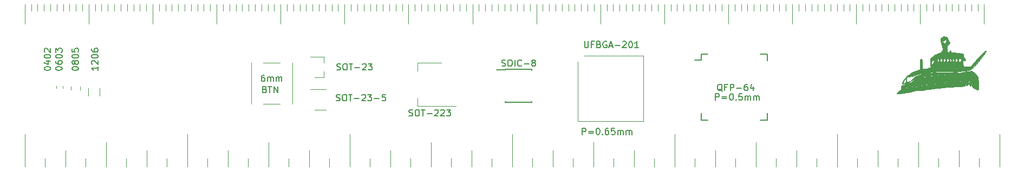
<source format=gbr>
%TF.GenerationSoftware,KiCad,Pcbnew,(5.1.6)-1*%
%TF.CreationDate,2020-08-25T11:16:49-04:00*%
%TF.ProjectId,PCBRuler,50434252-756c-4657-922e-6b696361645f,rev?*%
%TF.SameCoordinates,Original*%
%TF.FileFunction,Legend,Top*%
%TF.FilePolarity,Positive*%
%FSLAX46Y46*%
G04 Gerber Fmt 4.6, Leading zero omitted, Abs format (unit mm)*
G04 Created by KiCad (PCBNEW (5.1.6)-1) date 2020-08-25 11:16:49*
%MOMM*%
%LPD*%
G01*
G04 APERTURE LIST*
%ADD10C,0.150000*%
%ADD11C,0.120000*%
%ADD12C,0.010000*%
G04 APERTURE END LIST*
D10*
X235219047Y-133752380D02*
X235219047Y-132752380D01*
X235600000Y-132752380D01*
X235695238Y-132800000D01*
X235742857Y-132847619D01*
X235790476Y-132942857D01*
X235790476Y-133085714D01*
X235742857Y-133180952D01*
X235695238Y-133228571D01*
X235600000Y-133276190D01*
X235219047Y-133276190D01*
X236219047Y-133228571D02*
X236980952Y-133228571D01*
X236980952Y-133514285D02*
X236219047Y-133514285D01*
X237647619Y-132752380D02*
X237742857Y-132752380D01*
X237838095Y-132800000D01*
X237885714Y-132847619D01*
X237933333Y-132942857D01*
X237980952Y-133133333D01*
X237980952Y-133371428D01*
X237933333Y-133561904D01*
X237885714Y-133657142D01*
X237838095Y-133704761D01*
X237742857Y-133752380D01*
X237647619Y-133752380D01*
X237552380Y-133704761D01*
X237504761Y-133657142D01*
X237457142Y-133561904D01*
X237409523Y-133371428D01*
X237409523Y-133133333D01*
X237457142Y-132942857D01*
X237504761Y-132847619D01*
X237552380Y-132800000D01*
X237647619Y-132752380D01*
X238409523Y-133657142D02*
X238457142Y-133704761D01*
X238409523Y-133752380D01*
X238361904Y-133704761D01*
X238409523Y-133657142D01*
X238409523Y-133752380D01*
X239314285Y-132752380D02*
X239123809Y-132752380D01*
X239028571Y-132800000D01*
X238980952Y-132847619D01*
X238885714Y-132990476D01*
X238838095Y-133180952D01*
X238838095Y-133561904D01*
X238885714Y-133657142D01*
X238933333Y-133704761D01*
X239028571Y-133752380D01*
X239219047Y-133752380D01*
X239314285Y-133704761D01*
X239361904Y-133657142D01*
X239409523Y-133561904D01*
X239409523Y-133323809D01*
X239361904Y-133228571D01*
X239314285Y-133180952D01*
X239219047Y-133133333D01*
X239028571Y-133133333D01*
X238933333Y-133180952D01*
X238885714Y-133228571D01*
X238838095Y-133323809D01*
X240314285Y-132752380D02*
X239838095Y-132752380D01*
X239790476Y-133228571D01*
X239838095Y-133180952D01*
X239933333Y-133133333D01*
X240171428Y-133133333D01*
X240266666Y-133180952D01*
X240314285Y-133228571D01*
X240361904Y-133323809D01*
X240361904Y-133561904D01*
X240314285Y-133657142D01*
X240266666Y-133704761D01*
X240171428Y-133752380D01*
X239933333Y-133752380D01*
X239838095Y-133704761D01*
X239790476Y-133657142D01*
X240790476Y-133752380D02*
X240790476Y-133085714D01*
X240790476Y-133180952D02*
X240838095Y-133133333D01*
X240933333Y-133085714D01*
X241076190Y-133085714D01*
X241171428Y-133133333D01*
X241219047Y-133228571D01*
X241219047Y-133752380D01*
X241219047Y-133228571D02*
X241266666Y-133133333D01*
X241361904Y-133085714D01*
X241504761Y-133085714D01*
X241600000Y-133133333D01*
X241647619Y-133228571D01*
X241647619Y-133752380D01*
X242123809Y-133752380D02*
X242123809Y-133085714D01*
X242123809Y-133180952D02*
X242171428Y-133133333D01*
X242266666Y-133085714D01*
X242409523Y-133085714D01*
X242504761Y-133133333D01*
X242552380Y-133228571D01*
X242552380Y-133752380D01*
X242552380Y-133228571D02*
X242600000Y-133133333D01*
X242695238Y-133085714D01*
X242838095Y-133085714D01*
X242933333Y-133133333D01*
X242980952Y-133228571D01*
X242980952Y-133752380D01*
X256095238Y-128352380D02*
X256095238Y-127352380D01*
X256476190Y-127352380D01*
X256571428Y-127400000D01*
X256619047Y-127447619D01*
X256666666Y-127542857D01*
X256666666Y-127685714D01*
X256619047Y-127780952D01*
X256571428Y-127828571D01*
X256476190Y-127876190D01*
X256095238Y-127876190D01*
X257095238Y-127828571D02*
X257857142Y-127828571D01*
X257857142Y-128114285D02*
X257095238Y-128114285D01*
X258523809Y-127352380D02*
X258619047Y-127352380D01*
X258714285Y-127400000D01*
X258761904Y-127447619D01*
X258809523Y-127542857D01*
X258857142Y-127733333D01*
X258857142Y-127971428D01*
X258809523Y-128161904D01*
X258761904Y-128257142D01*
X258714285Y-128304761D01*
X258619047Y-128352380D01*
X258523809Y-128352380D01*
X258428571Y-128304761D01*
X258380952Y-128257142D01*
X258333333Y-128161904D01*
X258285714Y-127971428D01*
X258285714Y-127733333D01*
X258333333Y-127542857D01*
X258380952Y-127447619D01*
X258428571Y-127400000D01*
X258523809Y-127352380D01*
X259285714Y-128257142D02*
X259333333Y-128304761D01*
X259285714Y-128352380D01*
X259238095Y-128304761D01*
X259285714Y-128257142D01*
X259285714Y-128352380D01*
X260238095Y-127352380D02*
X259761904Y-127352380D01*
X259714285Y-127828571D01*
X259761904Y-127780952D01*
X259857142Y-127733333D01*
X260095238Y-127733333D01*
X260190476Y-127780952D01*
X260238095Y-127828571D01*
X260285714Y-127923809D01*
X260285714Y-128161904D01*
X260238095Y-128257142D01*
X260190476Y-128304761D01*
X260095238Y-128352380D01*
X259857142Y-128352380D01*
X259761904Y-128304761D01*
X259714285Y-128257142D01*
X260714285Y-128352380D02*
X260714285Y-127685714D01*
X260714285Y-127780952D02*
X260761904Y-127733333D01*
X260857142Y-127685714D01*
X261000000Y-127685714D01*
X261095238Y-127733333D01*
X261142857Y-127828571D01*
X261142857Y-128352380D01*
X261142857Y-127828571D02*
X261190476Y-127733333D01*
X261285714Y-127685714D01*
X261428571Y-127685714D01*
X261523809Y-127733333D01*
X261571428Y-127828571D01*
X261571428Y-128352380D01*
X262047619Y-128352380D02*
X262047619Y-127685714D01*
X262047619Y-127780952D02*
X262095238Y-127733333D01*
X262190476Y-127685714D01*
X262333333Y-127685714D01*
X262428571Y-127733333D01*
X262476190Y-127828571D01*
X262476190Y-128352380D01*
X262476190Y-127828571D02*
X262523809Y-127733333D01*
X262619047Y-127685714D01*
X262761904Y-127685714D01*
X262857142Y-127733333D01*
X262904761Y-127828571D01*
X262904761Y-128352380D01*
X185602666Y-126674571D02*
X185745523Y-126722190D01*
X185793142Y-126769809D01*
X185840761Y-126865047D01*
X185840761Y-127007904D01*
X185793142Y-127103142D01*
X185745523Y-127150761D01*
X185650285Y-127198380D01*
X185269333Y-127198380D01*
X185269333Y-126198380D01*
X185602666Y-126198380D01*
X185697904Y-126246000D01*
X185745523Y-126293619D01*
X185793142Y-126388857D01*
X185793142Y-126484095D01*
X185745523Y-126579333D01*
X185697904Y-126626952D01*
X185602666Y-126674571D01*
X185269333Y-126674571D01*
X186126476Y-126198380D02*
X186697904Y-126198380D01*
X186412190Y-127198380D02*
X186412190Y-126198380D01*
X187031238Y-127198380D02*
X187031238Y-126198380D01*
X187602666Y-127198380D01*
X187602666Y-126198380D01*
D11*
X300482000Y-138751000D02*
X300482000Y-134306000D01*
X300482000Y-134306000D02*
X300482000Y-133671000D01*
X148082000Y-138751000D02*
X148082000Y-134941000D01*
X154432000Y-137481000D02*
X154432000Y-136211000D01*
X163957000Y-138751000D02*
X163957000Y-137481000D01*
X157607000Y-138751000D02*
X157607000Y-137481000D01*
X173482000Y-138751000D02*
X173482000Y-134306000D01*
X148082000Y-134941000D02*
X148082000Y-133671000D01*
X151257000Y-138751000D02*
X151257000Y-137481000D01*
X173482000Y-134306000D02*
X173482000Y-133671000D01*
X154432000Y-138751000D02*
X154432000Y-137481000D01*
X167132000Y-137481000D02*
X167132000Y-136211000D01*
X160782000Y-136211000D02*
X160782000Y-134941000D01*
X160782000Y-138751000D02*
X160782000Y-136211000D01*
X167132000Y-138751000D02*
X167132000Y-137481000D01*
X170307000Y-138751000D02*
X170307000Y-137481000D01*
X275082000Y-113411000D02*
X275082000Y-114411000D01*
X264082000Y-113411000D02*
X264082000Y-114411000D01*
X253082000Y-113411000D02*
X253082000Y-114411000D01*
X270082000Y-113411000D02*
X270082000Y-114411000D01*
X277082000Y-113411000D02*
X277082000Y-114411000D01*
X268082000Y-113411000D02*
X268082000Y-116411000D01*
X293082000Y-113411000D02*
X293082000Y-114411000D01*
X282082000Y-113411000D02*
X282082000Y-114411000D01*
X297082000Y-113411000D02*
X297082000Y-114411000D01*
X278082000Y-113411000D02*
X278082000Y-116411000D01*
X259082000Y-113411000D02*
X259082000Y-114411000D01*
X248082000Y-113411000D02*
X248082000Y-116411000D01*
X265082000Y-113411000D02*
X265082000Y-114411000D01*
X274082000Y-113411000D02*
X274082000Y-114411000D01*
X254082000Y-113411000D02*
X254082000Y-114411000D01*
X294082000Y-113411000D02*
X294082000Y-114411000D01*
X273082000Y-113411000D02*
X273082000Y-114411000D01*
X289082000Y-113411000D02*
X289082000Y-114411000D01*
X252082000Y-113411000D02*
X252082000Y-114411000D01*
X276082000Y-113411000D02*
X276082000Y-114411000D01*
X280082000Y-113411000D02*
X280082000Y-114411000D01*
X258082000Y-113411000D02*
X258082000Y-116411000D01*
X292082000Y-113411000D02*
X292082000Y-114411000D01*
X288082000Y-113411000D02*
X288082000Y-116411000D01*
X267082000Y-113411000D02*
X267082000Y-114411000D01*
X249082000Y-113411000D02*
X249082000Y-114411000D01*
X266082000Y-113411000D02*
X266082000Y-114411000D01*
X251082000Y-113411000D02*
X251082000Y-114411000D01*
X298082000Y-113411000D02*
X298082000Y-116411000D01*
X257082000Y-113411000D02*
X257082000Y-114411000D01*
X296082000Y-113411000D02*
X296082000Y-114411000D01*
X255082000Y-113411000D02*
X255082000Y-114411000D01*
X290082000Y-113411000D02*
X290082000Y-114411000D01*
X286082000Y-113411000D02*
X286082000Y-114411000D01*
X271082000Y-113411000D02*
X271082000Y-114411000D01*
X261082000Y-113411000D02*
X261082000Y-114411000D01*
X234082000Y-113411000D02*
X234082000Y-114411000D01*
X217082000Y-113411000D02*
X217082000Y-114411000D01*
X225082000Y-113411000D02*
X225082000Y-114411000D01*
X283082000Y-113411000D02*
X283082000Y-114411000D01*
X215082000Y-113411000D02*
X215082000Y-114411000D01*
X212082000Y-113411000D02*
X212082000Y-114411000D01*
X269082000Y-113411000D02*
X269082000Y-114411000D01*
X211082000Y-113411000D02*
X211082000Y-114411000D01*
X281082000Y-113411000D02*
X281082000Y-114411000D01*
X262082000Y-113411000D02*
X262082000Y-114411000D01*
X231082000Y-113411000D02*
X231082000Y-114411000D01*
X228082000Y-113411000D02*
X228082000Y-116411000D01*
X250082000Y-113411000D02*
X250082000Y-114411000D01*
X260082000Y-113411000D02*
X260082000Y-114411000D01*
X208082000Y-113411000D02*
X208082000Y-116411000D01*
X239082000Y-113411000D02*
X239082000Y-114411000D01*
X235082000Y-113411000D02*
X235082000Y-114411000D01*
X238082000Y-113411000D02*
X238082000Y-116411000D01*
X243082000Y-113411000D02*
X243082000Y-114411000D01*
X224082000Y-113411000D02*
X224082000Y-114411000D01*
X246082000Y-113411000D02*
X246082000Y-114411000D01*
X227082000Y-113411000D02*
X227082000Y-114411000D01*
X213082000Y-113411000D02*
X213082000Y-114411000D01*
X221082000Y-113411000D02*
X221082000Y-114411000D01*
X219082000Y-113411000D02*
X219082000Y-114411000D01*
X230082000Y-113411000D02*
X230082000Y-114411000D01*
X233082000Y-113411000D02*
X233082000Y-114411000D01*
X226082000Y-113411000D02*
X226082000Y-114411000D01*
X209082000Y-113411000D02*
X209082000Y-114411000D01*
X223082000Y-113411000D02*
X223082000Y-114411000D01*
X279082000Y-113411000D02*
X279082000Y-114411000D01*
X295082000Y-113411000D02*
X295082000Y-114411000D01*
X284082000Y-113411000D02*
X284082000Y-114411000D01*
X214082000Y-113411000D02*
X214082000Y-114411000D01*
X287082000Y-113411000D02*
X287082000Y-114411000D01*
X236082000Y-113411000D02*
X236082000Y-114411000D01*
X210082000Y-113411000D02*
X210082000Y-114411000D01*
X220082000Y-113411000D02*
X220082000Y-114411000D01*
X242082000Y-113411000D02*
X242082000Y-114411000D01*
X241082000Y-113411000D02*
X241082000Y-114411000D01*
X285082000Y-113411000D02*
X285082000Y-114411000D01*
X194082000Y-113411000D02*
X194082000Y-114411000D01*
X232082000Y-113411000D02*
X232082000Y-114411000D01*
X272082000Y-113411000D02*
X272082000Y-114411000D01*
X222082000Y-113411000D02*
X222082000Y-114411000D01*
X218082000Y-113411000D02*
X218082000Y-116411000D01*
X216082000Y-113411000D02*
X216082000Y-114411000D01*
X263082000Y-113411000D02*
X263082000Y-114411000D01*
X229082000Y-113411000D02*
X229082000Y-114411000D01*
X247082000Y-113411000D02*
X247082000Y-114411000D01*
X245082000Y-113411000D02*
X245082000Y-114411000D01*
X237082000Y-113411000D02*
X237082000Y-114411000D01*
X256082000Y-113411000D02*
X256082000Y-114411000D01*
X244082000Y-113411000D02*
X244082000Y-114411000D01*
X240082000Y-113411000D02*
X240082000Y-114411000D01*
X291082000Y-113411000D02*
X291082000Y-114411000D01*
X205082000Y-113411000D02*
X205082000Y-114411000D01*
X202082000Y-113411000D02*
X202082000Y-114411000D01*
X190082000Y-113411000D02*
X190082000Y-114411000D01*
X173082000Y-113411000D02*
X173082000Y-114411000D01*
X176082000Y-113411000D02*
X176082000Y-114411000D01*
X154082000Y-113411000D02*
X154082000Y-114411000D01*
X149082000Y-113411000D02*
X149082000Y-114411000D01*
X168082000Y-113411000D02*
X168082000Y-116411000D01*
X175082000Y-113411000D02*
X175082000Y-114411000D01*
X152082000Y-113411000D02*
X152082000Y-114411000D01*
X167082000Y-113411000D02*
X167082000Y-114411000D01*
X153082000Y-113411000D02*
X153082000Y-114411000D01*
X148082000Y-113411000D02*
X148082000Y-116411000D01*
X158082000Y-113411000D02*
X158082000Y-116411000D01*
X177082000Y-113411000D02*
X177082000Y-114411000D01*
X174082000Y-113411000D02*
X174082000Y-114411000D01*
X189082000Y-113411000D02*
X189082000Y-114411000D01*
X192082000Y-113411000D02*
X192082000Y-114411000D01*
X201082000Y-113411000D02*
X201082000Y-114411000D01*
X182082000Y-113411000D02*
X182082000Y-114411000D01*
X196082000Y-113411000D02*
X196082000Y-114411000D01*
X180082000Y-113411000D02*
X180082000Y-114411000D01*
X166082000Y-113411000D02*
X166082000Y-114411000D01*
X151082000Y-113411000D02*
X151082000Y-114411000D01*
X157082000Y-113411000D02*
X157082000Y-114411000D01*
X207082000Y-113411000D02*
X207082000Y-114411000D01*
X193082000Y-113411000D02*
X193082000Y-114411000D01*
X188082000Y-113411000D02*
X188082000Y-116411000D01*
X197082000Y-113411000D02*
X197082000Y-114411000D01*
X164082000Y-113411000D02*
X164082000Y-114411000D01*
X159082000Y-113411000D02*
X159082000Y-114411000D01*
X165082000Y-113411000D02*
X165082000Y-114411000D01*
X170082000Y-113411000D02*
X170082000Y-114411000D01*
X198082000Y-113411000D02*
X198082000Y-116411000D01*
X178082000Y-113411000D02*
X178082000Y-116411000D01*
X155082000Y-113411000D02*
X155082000Y-114411000D01*
X179082000Y-113411000D02*
X179082000Y-114411000D01*
X195082000Y-113411000D02*
X195082000Y-114411000D01*
X172082000Y-113411000D02*
X172082000Y-114411000D01*
X199082000Y-113411000D02*
X199082000Y-114411000D01*
X206082000Y-113411000D02*
X206082000Y-114411000D01*
X163082000Y-113411000D02*
X163082000Y-114411000D01*
X191082000Y-113411000D02*
X191082000Y-114411000D01*
X171082000Y-113411000D02*
X171082000Y-114411000D01*
X204082000Y-113411000D02*
X204082000Y-114411000D01*
X203082000Y-113411000D02*
X203082000Y-114411000D01*
X187082000Y-113411000D02*
X187082000Y-114411000D01*
X200082000Y-113411000D02*
X200082000Y-114411000D01*
X169082000Y-113411000D02*
X169082000Y-114411000D01*
X183082000Y-113411000D02*
X183082000Y-114411000D01*
X161082000Y-113411000D02*
X161082000Y-114411000D01*
X156082000Y-113411000D02*
X156082000Y-114411000D01*
X186082000Y-113411000D02*
X186082000Y-114411000D01*
X184082000Y-113411000D02*
X184082000Y-114411000D01*
X185082000Y-113411000D02*
X185082000Y-114411000D01*
X181082000Y-113411000D02*
X181082000Y-114411000D01*
X162082000Y-113411000D02*
X162082000Y-114411000D01*
X150082000Y-113411000D02*
X150082000Y-114411000D01*
X160082000Y-113411000D02*
X160082000Y-114411000D01*
X256032000Y-137481000D02*
X256032000Y-136211000D01*
X268732000Y-137481000D02*
X268732000Y-136211000D01*
X192532000Y-137481000D02*
X192532000Y-136211000D01*
X179832000Y-137481000D02*
X179832000Y-136211000D01*
X224282000Y-138751000D02*
X224282000Y-134306000D01*
X211582000Y-136211000D02*
X211582000Y-134941000D01*
X246507000Y-138751000D02*
X246507000Y-137481000D01*
X224282000Y-134306000D02*
X224282000Y-133671000D01*
X205232000Y-138751000D02*
X205232000Y-137481000D01*
X275082000Y-138751000D02*
X275082000Y-134306000D01*
X252857000Y-138751000D02*
X252857000Y-137481000D01*
X205232000Y-137481000D02*
X205232000Y-136211000D01*
X262382000Y-136211000D02*
X262382000Y-134941000D01*
X211582000Y-138751000D02*
X211582000Y-136211000D01*
X186182000Y-138751000D02*
X186182000Y-136211000D01*
X183007000Y-138751000D02*
X183007000Y-137481000D01*
X271907000Y-138751000D02*
X271907000Y-137481000D01*
X198882000Y-138751000D02*
X198882000Y-134306000D01*
X221107000Y-138751000D02*
X221107000Y-137481000D01*
X230632000Y-137481000D02*
X230632000Y-136211000D01*
X227457000Y-138751000D02*
X227457000Y-137481000D01*
X202057000Y-138751000D02*
X202057000Y-137481000D01*
X192532000Y-138751000D02*
X192532000Y-137481000D01*
X240157000Y-138751000D02*
X240157000Y-137481000D01*
X198882000Y-134306000D02*
X198882000Y-133671000D01*
X179832000Y-138751000D02*
X179832000Y-137481000D01*
X236982000Y-136211000D02*
X236982000Y-134941000D01*
X278257000Y-138751000D02*
X278257000Y-137481000D01*
X243332000Y-137481000D02*
X243332000Y-136211000D01*
X281432000Y-137481000D02*
X281432000Y-136211000D01*
X265557000Y-138751000D02*
X265557000Y-137481000D01*
X256032000Y-138751000D02*
X256032000Y-137481000D01*
X176657000Y-138751000D02*
X176657000Y-137481000D01*
X290957000Y-138751000D02*
X290957000Y-137481000D01*
X281432000Y-138751000D02*
X281432000Y-137481000D01*
X189357000Y-138751000D02*
X189357000Y-137481000D01*
X287782000Y-136211000D02*
X287782000Y-134941000D01*
X230632000Y-138751000D02*
X230632000Y-137481000D01*
X217932000Y-137481000D02*
X217932000Y-136211000D01*
X262382000Y-138751000D02*
X262382000Y-136211000D01*
X217932000Y-138751000D02*
X217932000Y-137481000D01*
X208407000Y-138751000D02*
X208407000Y-137481000D01*
X284607000Y-138751000D02*
X284607000Y-137481000D01*
X249682000Y-134306000D02*
X249682000Y-133671000D01*
X186182000Y-136211000D02*
X186182000Y-134941000D01*
X294132000Y-137481000D02*
X294132000Y-136211000D01*
X243332000Y-138751000D02*
X243332000Y-137481000D01*
X233807000Y-138751000D02*
X233807000Y-137481000D01*
X195707000Y-138751000D02*
X195707000Y-137481000D01*
X297307000Y-138751000D02*
X297307000Y-137481000D01*
X268732000Y-138751000D02*
X268732000Y-137481000D01*
X249682000Y-138751000D02*
X249682000Y-134306000D01*
X236982000Y-138751000D02*
X236982000Y-136211000D01*
X275082000Y-134306000D02*
X275082000Y-133671000D01*
X259207000Y-138751000D02*
X259207000Y-137481000D01*
X214757000Y-138751000D02*
X214757000Y-137481000D01*
X287782000Y-138751000D02*
X287782000Y-136211000D01*
X294132000Y-138751000D02*
X294132000Y-137481000D01*
%TO.C,UFBGA-201*%
X235575000Y-121375000D02*
X244825000Y-121375000D01*
X244825000Y-121375000D02*
X244825000Y-131625000D01*
X244825000Y-131625000D02*
X234575000Y-131625000D01*
X234575000Y-131625000D02*
X234575000Y-122375000D01*
D12*
%TO.C,G\u002A\u002A\u002A*%
G36*
X296666942Y-124241984D02*
G01*
X297154060Y-124689806D01*
X297180476Y-125712971D01*
X297184881Y-126111943D01*
X297177444Y-126446069D01*
X297159713Y-126680808D01*
X297133235Y-126781621D01*
X297132605Y-126782048D01*
X297026237Y-126764623D01*
X296833985Y-126670249D01*
X296690391Y-126580857D01*
X296395078Y-126378845D01*
X296220109Y-126244651D01*
X296143199Y-126154827D01*
X296142058Y-126085925D01*
X296174221Y-126037810D01*
X296214954Y-125909466D01*
X296109184Y-125834343D01*
X296013722Y-125825296D01*
X295931044Y-125843559D01*
X295989507Y-125896270D01*
X296052887Y-125973992D01*
X295975461Y-126068764D01*
X295870438Y-126119281D01*
X295805090Y-126023743D01*
X295795811Y-125995888D01*
X295772761Y-125783910D01*
X295795418Y-125568097D01*
X295815117Y-125385186D01*
X295755228Y-125318882D01*
X295722057Y-125316000D01*
X295578251Y-125365152D01*
X295520428Y-125470888D01*
X295577396Y-125566330D01*
X295648904Y-125692363D01*
X295622107Y-125865012D01*
X295522974Y-126015874D01*
X295383655Y-126076703D01*
X295266420Y-126062704D01*
X295304447Y-126011336D01*
X295326881Y-125996640D01*
X295409687Y-125903370D01*
X295357536Y-125851729D01*
X295209585Y-125875266D01*
X295107776Y-125969761D01*
X295106551Y-126037230D01*
X295049853Y-126100952D01*
X294840359Y-126159349D01*
X294494576Y-126210300D01*
X294029011Y-126251684D01*
X293460171Y-126281379D01*
X293128000Y-126291521D01*
X292702095Y-126310960D01*
X292197978Y-126347727D01*
X291705037Y-126394976D01*
X291561667Y-126411505D01*
X291082823Y-126467354D01*
X290555705Y-126525208D01*
X290074337Y-126574835D01*
X289953000Y-126586579D01*
X289563368Y-126629903D01*
X289195616Y-126681783D01*
X288913256Y-126732941D01*
X288852333Y-126747374D01*
X288585746Y-126794320D01*
X288233527Y-126827205D01*
X287928441Y-126837980D01*
X287547352Y-126857944D01*
X287160027Y-126907601D01*
X286912441Y-126960476D01*
X286522139Y-127053633D01*
X286019430Y-127150234D01*
X285460727Y-127240513D01*
X284902440Y-127314705D01*
X284798198Y-127326491D01*
X284384730Y-127371716D01*
X284581287Y-127105858D01*
X284745551Y-126933506D01*
X284903081Y-126843684D01*
X284931255Y-126840000D01*
X285029290Y-126808105D01*
X285074729Y-126685116D01*
X285084667Y-126469272D01*
X285086501Y-126416667D01*
X285846667Y-126416667D01*
X285911096Y-126498873D01*
X285931333Y-126501333D01*
X286013540Y-126436904D01*
X286016000Y-126416667D01*
X285951571Y-126334460D01*
X285931333Y-126332000D01*
X286439333Y-126332000D01*
X286470311Y-126401690D01*
X286495778Y-126388444D01*
X286505911Y-126287965D01*
X286495778Y-126275555D01*
X286445443Y-126287178D01*
X286439333Y-126332000D01*
X285931333Y-126332000D01*
X285849127Y-126396429D01*
X285846667Y-126416667D01*
X285086501Y-126416667D01*
X285091210Y-126281672D01*
X285101528Y-126247333D01*
X286693333Y-126247333D01*
X286757762Y-126329540D01*
X286778000Y-126332000D01*
X286860206Y-126267571D01*
X286862667Y-126247333D01*
X286843326Y-126222655D01*
X287405110Y-126222655D01*
X287416616Y-126253183D01*
X287498349Y-126328258D01*
X287538344Y-126242750D01*
X287540000Y-126200003D01*
X287498343Y-126112800D01*
X287453952Y-126121187D01*
X287405110Y-126222655D01*
X286843326Y-126222655D01*
X286798237Y-126165127D01*
X286778000Y-126162667D01*
X286695793Y-126227096D01*
X286693333Y-126247333D01*
X285101528Y-126247333D01*
X285130448Y-126151096D01*
X285207669Y-126078000D01*
X288217333Y-126078000D01*
X288281762Y-126160206D01*
X288302000Y-126162667D01*
X288384206Y-126098237D01*
X288386667Y-126078000D01*
X288322237Y-125995793D01*
X288302000Y-125993333D01*
X288219793Y-126057762D01*
X288217333Y-126078000D01*
X285207669Y-126078000D01*
X285231786Y-126055172D01*
X285424634Y-125971527D01*
X285493341Y-125951000D01*
X288979333Y-125951000D01*
X289047106Y-126063248D01*
X289106333Y-126078000D01*
X289218582Y-126010227D01*
X289233333Y-125951000D01*
X289165560Y-125838751D01*
X289106333Y-125824000D01*
X290249333Y-125824000D01*
X290313762Y-125906206D01*
X290334000Y-125908667D01*
X290416206Y-125844237D01*
X290418667Y-125824000D01*
X290354237Y-125741793D01*
X290334000Y-125739333D01*
X290251793Y-125803762D01*
X290249333Y-125824000D01*
X289106333Y-125824000D01*
X288994085Y-125891773D01*
X288979333Y-125951000D01*
X285493341Y-125951000D01*
X285738400Y-125877786D01*
X285931333Y-125825143D01*
X286387945Y-125659663D01*
X291858000Y-125659663D01*
X291922579Y-125737053D01*
X291942667Y-125739333D01*
X292016971Y-125670418D01*
X292027333Y-125607336D01*
X291986287Y-125519702D01*
X291942667Y-125527667D01*
X291861229Y-125635909D01*
X291858000Y-125659663D01*
X286387945Y-125659663D01*
X286509237Y-125615706D01*
X286923265Y-125358333D01*
X294228667Y-125358333D01*
X294274384Y-125471005D01*
X294313333Y-125485333D01*
X294388448Y-125416757D01*
X294398000Y-125358333D01*
X294352282Y-125245661D01*
X294313333Y-125231333D01*
X294238219Y-125299910D01*
X294228667Y-125358333D01*
X286923265Y-125358333D01*
X286952405Y-125340219D01*
X287000696Y-125298552D01*
X287220060Y-125162221D01*
X287537803Y-125033239D01*
X287883756Y-124935239D01*
X288187750Y-124891848D01*
X288209623Y-124891434D01*
X288432681Y-124862525D01*
X288707475Y-124792544D01*
X288767667Y-124772737D01*
X289015319Y-124711088D01*
X289364784Y-124654090D01*
X289748644Y-124612329D01*
X289826000Y-124606574D01*
X290192736Y-124577732D01*
X290667744Y-124534612D01*
X291191145Y-124482913D01*
X291703061Y-124428337D01*
X291731000Y-124425219D01*
X292213237Y-124373091D01*
X292684054Y-124325437D01*
X293093675Y-124287090D01*
X293392322Y-124262883D01*
X293424333Y-124260779D01*
X293780821Y-124216413D01*
X294196908Y-124133006D01*
X294525000Y-124045393D01*
X294918831Y-123943253D01*
X295343349Y-123863357D01*
X295648745Y-123827976D01*
X296179823Y-123794163D01*
X296666942Y-124241984D01*
G37*
X296666942Y-124241984D02*
X297154060Y-124689806D01*
X297180476Y-125712971D01*
X297184881Y-126111943D01*
X297177444Y-126446069D01*
X297159713Y-126680808D01*
X297133235Y-126781621D01*
X297132605Y-126782048D01*
X297026237Y-126764623D01*
X296833985Y-126670249D01*
X296690391Y-126580857D01*
X296395078Y-126378845D01*
X296220109Y-126244651D01*
X296143199Y-126154827D01*
X296142058Y-126085925D01*
X296174221Y-126037810D01*
X296214954Y-125909466D01*
X296109184Y-125834343D01*
X296013722Y-125825296D01*
X295931044Y-125843559D01*
X295989507Y-125896270D01*
X296052887Y-125973992D01*
X295975461Y-126068764D01*
X295870438Y-126119281D01*
X295805090Y-126023743D01*
X295795811Y-125995888D01*
X295772761Y-125783910D01*
X295795418Y-125568097D01*
X295815117Y-125385186D01*
X295755228Y-125318882D01*
X295722057Y-125316000D01*
X295578251Y-125365152D01*
X295520428Y-125470888D01*
X295577396Y-125566330D01*
X295648904Y-125692363D01*
X295622107Y-125865012D01*
X295522974Y-126015874D01*
X295383655Y-126076703D01*
X295266420Y-126062704D01*
X295304447Y-126011336D01*
X295326881Y-125996640D01*
X295409687Y-125903370D01*
X295357536Y-125851729D01*
X295209585Y-125875266D01*
X295107776Y-125969761D01*
X295106551Y-126037230D01*
X295049853Y-126100952D01*
X294840359Y-126159349D01*
X294494576Y-126210300D01*
X294029011Y-126251684D01*
X293460171Y-126281379D01*
X293128000Y-126291521D01*
X292702095Y-126310960D01*
X292197978Y-126347727D01*
X291705037Y-126394976D01*
X291561667Y-126411505D01*
X291082823Y-126467354D01*
X290555705Y-126525208D01*
X290074337Y-126574835D01*
X289953000Y-126586579D01*
X289563368Y-126629903D01*
X289195616Y-126681783D01*
X288913256Y-126732941D01*
X288852333Y-126747374D01*
X288585746Y-126794320D01*
X288233527Y-126827205D01*
X287928441Y-126837980D01*
X287547352Y-126857944D01*
X287160027Y-126907601D01*
X286912441Y-126960476D01*
X286522139Y-127053633D01*
X286019430Y-127150234D01*
X285460727Y-127240513D01*
X284902440Y-127314705D01*
X284798198Y-127326491D01*
X284384730Y-127371716D01*
X284581287Y-127105858D01*
X284745551Y-126933506D01*
X284903081Y-126843684D01*
X284931255Y-126840000D01*
X285029290Y-126808105D01*
X285074729Y-126685116D01*
X285084667Y-126469272D01*
X285086501Y-126416667D01*
X285846667Y-126416667D01*
X285911096Y-126498873D01*
X285931333Y-126501333D01*
X286013540Y-126436904D01*
X286016000Y-126416667D01*
X285951571Y-126334460D01*
X285931333Y-126332000D01*
X286439333Y-126332000D01*
X286470311Y-126401690D01*
X286495778Y-126388444D01*
X286505911Y-126287965D01*
X286495778Y-126275555D01*
X286445443Y-126287178D01*
X286439333Y-126332000D01*
X285931333Y-126332000D01*
X285849127Y-126396429D01*
X285846667Y-126416667D01*
X285086501Y-126416667D01*
X285091210Y-126281672D01*
X285101528Y-126247333D01*
X286693333Y-126247333D01*
X286757762Y-126329540D01*
X286778000Y-126332000D01*
X286860206Y-126267571D01*
X286862667Y-126247333D01*
X286843326Y-126222655D01*
X287405110Y-126222655D01*
X287416616Y-126253183D01*
X287498349Y-126328258D01*
X287538344Y-126242750D01*
X287540000Y-126200003D01*
X287498343Y-126112800D01*
X287453952Y-126121187D01*
X287405110Y-126222655D01*
X286843326Y-126222655D01*
X286798237Y-126165127D01*
X286778000Y-126162667D01*
X286695793Y-126227096D01*
X286693333Y-126247333D01*
X285101528Y-126247333D01*
X285130448Y-126151096D01*
X285207669Y-126078000D01*
X288217333Y-126078000D01*
X288281762Y-126160206D01*
X288302000Y-126162667D01*
X288384206Y-126098237D01*
X288386667Y-126078000D01*
X288322237Y-125995793D01*
X288302000Y-125993333D01*
X288219793Y-126057762D01*
X288217333Y-126078000D01*
X285207669Y-126078000D01*
X285231786Y-126055172D01*
X285424634Y-125971527D01*
X285493341Y-125951000D01*
X288979333Y-125951000D01*
X289047106Y-126063248D01*
X289106333Y-126078000D01*
X289218582Y-126010227D01*
X289233333Y-125951000D01*
X289165560Y-125838751D01*
X289106333Y-125824000D01*
X290249333Y-125824000D01*
X290313762Y-125906206D01*
X290334000Y-125908667D01*
X290416206Y-125844237D01*
X290418667Y-125824000D01*
X290354237Y-125741793D01*
X290334000Y-125739333D01*
X290251793Y-125803762D01*
X290249333Y-125824000D01*
X289106333Y-125824000D01*
X288994085Y-125891773D01*
X288979333Y-125951000D01*
X285493341Y-125951000D01*
X285738400Y-125877786D01*
X285931333Y-125825143D01*
X286387945Y-125659663D01*
X291858000Y-125659663D01*
X291922579Y-125737053D01*
X291942667Y-125739333D01*
X292016971Y-125670418D01*
X292027333Y-125607336D01*
X291986287Y-125519702D01*
X291942667Y-125527667D01*
X291861229Y-125635909D01*
X291858000Y-125659663D01*
X286387945Y-125659663D01*
X286509237Y-125615706D01*
X286923265Y-125358333D01*
X294228667Y-125358333D01*
X294274384Y-125471005D01*
X294313333Y-125485333D01*
X294388448Y-125416757D01*
X294398000Y-125358333D01*
X294352282Y-125245661D01*
X294313333Y-125231333D01*
X294238219Y-125299910D01*
X294228667Y-125358333D01*
X286923265Y-125358333D01*
X286952405Y-125340219D01*
X287000696Y-125298552D01*
X287220060Y-125162221D01*
X287537803Y-125033239D01*
X287883756Y-124935239D01*
X288187750Y-124891848D01*
X288209623Y-124891434D01*
X288432681Y-124862525D01*
X288707475Y-124792544D01*
X288767667Y-124772737D01*
X289015319Y-124711088D01*
X289364784Y-124654090D01*
X289748644Y-124612329D01*
X289826000Y-124606574D01*
X290192736Y-124577732D01*
X290667744Y-124534612D01*
X291191145Y-124482913D01*
X291703061Y-124428337D01*
X291731000Y-124425219D01*
X292213237Y-124373091D01*
X292684054Y-124325437D01*
X293093675Y-124287090D01*
X293392322Y-124262883D01*
X293424333Y-124260779D01*
X293780821Y-124216413D01*
X294196908Y-124133006D01*
X294525000Y-124045393D01*
X294918831Y-123943253D01*
X295343349Y-123863357D01*
X295648745Y-123827976D01*
X296179823Y-123794163D01*
X296666942Y-124241984D01*
G36*
X298357232Y-120643899D02*
G01*
X298377333Y-120731322D01*
X298325067Y-120836860D01*
X298182056Y-121044583D01*
X297968978Y-121329171D01*
X297706514Y-121665302D01*
X297415344Y-122027653D01*
X297116146Y-122390903D01*
X296829601Y-122729731D01*
X296576387Y-123018814D01*
X296377186Y-123232831D01*
X296252675Y-123346460D01*
X296232815Y-123357239D01*
X296096871Y-123446089D01*
X296036994Y-123509060D01*
X295903142Y-123592317D01*
X295664536Y-123674975D01*
X295486661Y-123716461D01*
X295160297Y-123770439D01*
X294772700Y-123822157D01*
X294363628Y-123867860D01*
X293972842Y-123903793D01*
X293640100Y-123926201D01*
X293405162Y-123931327D01*
X293316685Y-123921430D01*
X293172509Y-123900015D01*
X292894045Y-123885171D01*
X292516196Y-123876565D01*
X292073865Y-123873863D01*
X291601956Y-123876732D01*
X291135373Y-123884838D01*
X290709018Y-123897848D01*
X290357797Y-123915429D01*
X290116612Y-123937248D01*
X290037667Y-123952750D01*
X289848031Y-123996333D01*
X289537973Y-124046254D01*
X289155867Y-124095351D01*
X288871833Y-124125355D01*
X288471197Y-124172597D01*
X288112015Y-124230926D01*
X287841341Y-124291837D01*
X287728833Y-124331919D01*
X287544547Y-124404813D01*
X287246573Y-124499232D01*
X286886395Y-124599389D01*
X286714500Y-124642920D01*
X285931333Y-124834712D01*
X285931333Y-125160023D01*
X285949158Y-125370202D01*
X286022631Y-125469315D01*
X286181748Y-125467593D01*
X286456504Y-125375268D01*
X286505493Y-125355860D01*
X286768686Y-125198613D01*
X286968871Y-124988795D01*
X286980206Y-124970549D01*
X287201894Y-124727781D01*
X287561128Y-124521668D01*
X288062339Y-124351392D01*
X288709962Y-124216137D01*
X289508429Y-124115084D01*
X290462173Y-124047416D01*
X291575628Y-124012316D01*
X292207745Y-124006689D01*
X292841323Y-124006402D01*
X293321162Y-124009467D01*
X293662838Y-124016789D01*
X293881926Y-124029274D01*
X293994002Y-124047826D01*
X294014643Y-124073352D01*
X293959425Y-124106755D01*
X293955831Y-124108279D01*
X293764878Y-124171553D01*
X293647346Y-124179739D01*
X293644391Y-124178186D01*
X293545391Y-124175351D01*
X293305603Y-124189404D01*
X292952488Y-124218115D01*
X292513510Y-124259253D01*
X292023305Y-124309817D01*
X291496792Y-124362763D01*
X291000579Y-124405958D01*
X290570332Y-124436804D01*
X290241714Y-124452702D01*
X290066795Y-124452388D01*
X289844924Y-124449546D01*
X289721581Y-124470742D01*
X289711959Y-124490500D01*
X289661765Y-124529449D01*
X289489290Y-124553984D01*
X289386497Y-124557716D01*
X289056430Y-124591469D01*
X288724401Y-124669373D01*
X288683000Y-124683441D01*
X288408569Y-124762770D01*
X288157753Y-124804787D01*
X288114459Y-124806725D01*
X287799223Y-124851411D01*
X287431766Y-124963949D01*
X287088308Y-125116446D01*
X286862667Y-125264840D01*
X286400952Y-125560780D01*
X286016000Y-125695649D01*
X285655809Y-125787608D01*
X285429282Y-125839241D01*
X285306902Y-125855447D01*
X285259149Y-125841123D01*
X285254000Y-125822103D01*
X285285795Y-125683165D01*
X285455622Y-125683165D01*
X285554318Y-125718003D01*
X285591497Y-125716142D01*
X285757392Y-125628829D01*
X285814315Y-125518037D01*
X285839840Y-125278785D01*
X285831516Y-125134112D01*
X285802332Y-124935000D01*
X285663982Y-125146667D01*
X285540923Y-125369578D01*
X285470348Y-125543883D01*
X285455622Y-125683165D01*
X285285795Y-125683165D01*
X285303464Y-125605956D01*
X285432783Y-125331952D01*
X285613343Y-125040858D01*
X285816535Y-124773438D01*
X286013745Y-124570458D01*
X286176361Y-124472684D01*
X286203462Y-124469333D01*
X286334101Y-124412184D01*
X286511537Y-124269966D01*
X286562191Y-124219656D01*
X286785251Y-124048913D01*
X287116852Y-123870618D01*
X287424698Y-123742649D01*
X288048000Y-123515318D01*
X288048000Y-122722326D01*
X288050626Y-122351621D01*
X288063005Y-122118600D01*
X288080381Y-122042222D01*
X288160889Y-122042222D01*
X288172511Y-122092556D01*
X288217333Y-122098667D01*
X288287023Y-122067688D01*
X288273778Y-122042222D01*
X288173298Y-122032089D01*
X288160889Y-122042222D01*
X288080381Y-122042222D01*
X288091890Y-121991636D01*
X288144035Y-121939107D01*
X288217333Y-121929333D01*
X288297785Y-121942066D01*
X288347777Y-122001749D01*
X288374470Y-122140613D01*
X288385027Y-122390886D01*
X288386667Y-122691333D01*
X288386667Y-123453333D01*
X288791161Y-123453333D01*
X289070262Y-123429852D01*
X289300475Y-123370662D01*
X289362661Y-123338965D01*
X289456625Y-123281854D01*
X289566807Y-123235287D01*
X289710546Y-123198160D01*
X289905176Y-123169369D01*
X290168035Y-123147809D01*
X290516458Y-123132376D01*
X290967782Y-123121966D01*
X291539344Y-123115474D01*
X292248479Y-123111797D01*
X292955674Y-123110087D01*
X295931257Y-123104908D01*
X296244128Y-122753456D01*
X296771273Y-122165361D01*
X297233146Y-121658306D01*
X297620840Y-121241716D01*
X297925452Y-120925018D01*
X298138074Y-120717638D01*
X298249802Y-120629001D01*
X298252233Y-120627986D01*
X298357232Y-120643899D01*
G37*
X298357232Y-120643899D02*
X298377333Y-120731322D01*
X298325067Y-120836860D01*
X298182056Y-121044583D01*
X297968978Y-121329171D01*
X297706514Y-121665302D01*
X297415344Y-122027653D01*
X297116146Y-122390903D01*
X296829601Y-122729731D01*
X296576387Y-123018814D01*
X296377186Y-123232831D01*
X296252675Y-123346460D01*
X296232815Y-123357239D01*
X296096871Y-123446089D01*
X296036994Y-123509060D01*
X295903142Y-123592317D01*
X295664536Y-123674975D01*
X295486661Y-123716461D01*
X295160297Y-123770439D01*
X294772700Y-123822157D01*
X294363628Y-123867860D01*
X293972842Y-123903793D01*
X293640100Y-123926201D01*
X293405162Y-123931327D01*
X293316685Y-123921430D01*
X293172509Y-123900015D01*
X292894045Y-123885171D01*
X292516196Y-123876565D01*
X292073865Y-123873863D01*
X291601956Y-123876732D01*
X291135373Y-123884838D01*
X290709018Y-123897848D01*
X290357797Y-123915429D01*
X290116612Y-123937248D01*
X290037667Y-123952750D01*
X289848031Y-123996333D01*
X289537973Y-124046254D01*
X289155867Y-124095351D01*
X288871833Y-124125355D01*
X288471197Y-124172597D01*
X288112015Y-124230926D01*
X287841341Y-124291837D01*
X287728833Y-124331919D01*
X287544547Y-124404813D01*
X287246573Y-124499232D01*
X286886395Y-124599389D01*
X286714500Y-124642920D01*
X285931333Y-124834712D01*
X285931333Y-125160023D01*
X285949158Y-125370202D01*
X286022631Y-125469315D01*
X286181748Y-125467593D01*
X286456504Y-125375268D01*
X286505493Y-125355860D01*
X286768686Y-125198613D01*
X286968871Y-124988795D01*
X286980206Y-124970549D01*
X287201894Y-124727781D01*
X287561128Y-124521668D01*
X288062339Y-124351392D01*
X288709962Y-124216137D01*
X289508429Y-124115084D01*
X290462173Y-124047416D01*
X291575628Y-124012316D01*
X292207745Y-124006689D01*
X292841323Y-124006402D01*
X293321162Y-124009467D01*
X293662838Y-124016789D01*
X293881926Y-124029274D01*
X293994002Y-124047826D01*
X294014643Y-124073352D01*
X293959425Y-124106755D01*
X293955831Y-124108279D01*
X293764878Y-124171553D01*
X293647346Y-124179739D01*
X293644391Y-124178186D01*
X293545391Y-124175351D01*
X293305603Y-124189404D01*
X292952488Y-124218115D01*
X292513510Y-124259253D01*
X292023305Y-124309817D01*
X291496792Y-124362763D01*
X291000579Y-124405958D01*
X290570332Y-124436804D01*
X290241714Y-124452702D01*
X290066795Y-124452388D01*
X289844924Y-124449546D01*
X289721581Y-124470742D01*
X289711959Y-124490500D01*
X289661765Y-124529449D01*
X289489290Y-124553984D01*
X289386497Y-124557716D01*
X289056430Y-124591469D01*
X288724401Y-124669373D01*
X288683000Y-124683441D01*
X288408569Y-124762770D01*
X288157753Y-124804787D01*
X288114459Y-124806725D01*
X287799223Y-124851411D01*
X287431766Y-124963949D01*
X287088308Y-125116446D01*
X286862667Y-125264840D01*
X286400952Y-125560780D01*
X286016000Y-125695649D01*
X285655809Y-125787608D01*
X285429282Y-125839241D01*
X285306902Y-125855447D01*
X285259149Y-125841123D01*
X285254000Y-125822103D01*
X285285795Y-125683165D01*
X285455622Y-125683165D01*
X285554318Y-125718003D01*
X285591497Y-125716142D01*
X285757392Y-125628829D01*
X285814315Y-125518037D01*
X285839840Y-125278785D01*
X285831516Y-125134112D01*
X285802332Y-124935000D01*
X285663982Y-125146667D01*
X285540923Y-125369578D01*
X285470348Y-125543883D01*
X285455622Y-125683165D01*
X285285795Y-125683165D01*
X285303464Y-125605956D01*
X285432783Y-125331952D01*
X285613343Y-125040858D01*
X285816535Y-124773438D01*
X286013745Y-124570458D01*
X286176361Y-124472684D01*
X286203462Y-124469333D01*
X286334101Y-124412184D01*
X286511537Y-124269966D01*
X286562191Y-124219656D01*
X286785251Y-124048913D01*
X287116852Y-123870618D01*
X287424698Y-123742649D01*
X288048000Y-123515318D01*
X288048000Y-122722326D01*
X288050626Y-122351621D01*
X288063005Y-122118600D01*
X288080381Y-122042222D01*
X288160889Y-122042222D01*
X288172511Y-122092556D01*
X288217333Y-122098667D01*
X288287023Y-122067688D01*
X288273778Y-122042222D01*
X288173298Y-122032089D01*
X288160889Y-122042222D01*
X288080381Y-122042222D01*
X288091890Y-121991636D01*
X288144035Y-121939107D01*
X288217333Y-121929333D01*
X288297785Y-121942066D01*
X288347777Y-122001749D01*
X288374470Y-122140613D01*
X288385027Y-122390886D01*
X288386667Y-122691333D01*
X288386667Y-123453333D01*
X288791161Y-123453333D01*
X289070262Y-123429852D01*
X289300475Y-123370662D01*
X289362661Y-123338965D01*
X289456625Y-123281854D01*
X289566807Y-123235287D01*
X289710546Y-123198160D01*
X289905176Y-123169369D01*
X290168035Y-123147809D01*
X290516458Y-123132376D01*
X290967782Y-123121966D01*
X291539344Y-123115474D01*
X292248479Y-123111797D01*
X292955674Y-123110087D01*
X295931257Y-123104908D01*
X296244128Y-122753456D01*
X296771273Y-122165361D01*
X297233146Y-121658306D01*
X297620840Y-121241716D01*
X297925452Y-120925018D01*
X298138074Y-120717638D01*
X298249802Y-120629001D01*
X298252233Y-120627986D01*
X298357232Y-120643899D01*
G36*
X291908397Y-118400614D02*
G01*
X291962499Y-118409017D01*
X292245197Y-118479049D01*
X292382839Y-118587729D01*
X292398885Y-118757092D01*
X292387512Y-118808216D01*
X292420070Y-118997176D01*
X292536095Y-119135994D01*
X292727078Y-119301633D01*
X292504206Y-119593834D01*
X292358140Y-119831789D01*
X292293211Y-120090352D01*
X292282630Y-120336184D01*
X292301852Y-120700524D01*
X292356704Y-120900817D01*
X292446823Y-120936496D01*
X292571845Y-120806991D01*
X292578136Y-120797500D01*
X292724990Y-120619428D01*
X292827677Y-120589013D01*
X292872962Y-120708646D01*
X292874000Y-120744000D01*
X292919537Y-120873148D01*
X293082232Y-120915700D01*
X293106833Y-120916312D01*
X293490203Y-120930226D01*
X293882632Y-120959411D01*
X294242277Y-120999042D01*
X294527295Y-121044290D01*
X294695843Y-121090329D01*
X294715500Y-121101894D01*
X294794656Y-121245207D01*
X294821333Y-121421373D01*
X294895651Y-121667763D01*
X295005498Y-121776960D01*
X295126475Y-121918839D01*
X295133993Y-122064859D01*
X295042016Y-122158845D01*
X294910288Y-122159923D01*
X294816761Y-122150943D01*
X294773809Y-122212884D01*
X294769561Y-122382749D01*
X294781402Y-122561682D01*
X294815503Y-123006064D01*
X292316757Y-123022222D01*
X291679432Y-123027673D01*
X291094825Y-123035214D01*
X290585014Y-123044358D01*
X290172078Y-123054619D01*
X289878095Y-123065511D01*
X289725144Y-123076548D01*
X289710545Y-123079618D01*
X289651930Y-123061308D01*
X289626384Y-122930931D01*
X289627901Y-122818333D01*
X294059333Y-122818333D01*
X294101667Y-122860667D01*
X294144000Y-122818333D01*
X294101667Y-122776000D01*
X294059333Y-122818333D01*
X289627901Y-122818333D01*
X289629990Y-122663339D01*
X289634011Y-122588595D01*
X289638212Y-122531737D01*
X289826000Y-122531737D01*
X289845846Y-122723082D01*
X289920563Y-122761283D01*
X290072918Y-122655171D01*
X290094500Y-122635878D01*
X290210499Y-122448477D01*
X290249333Y-122252926D01*
X290241134Y-122098667D01*
X290757333Y-122098667D01*
X290795197Y-122300319D01*
X290884333Y-122352667D01*
X290985159Y-122276938D01*
X291011333Y-122098667D01*
X291180667Y-122098667D01*
X291207277Y-122284587D01*
X291306288Y-122350046D01*
X291350000Y-122352667D01*
X291473947Y-122312751D01*
X291517586Y-122164234D01*
X291519333Y-122098667D01*
X291688667Y-122098667D01*
X291715277Y-122284587D01*
X291814288Y-122350046D01*
X291858000Y-122352667D01*
X291981947Y-122312751D01*
X292025586Y-122164234D01*
X292027333Y-122098667D01*
X292196667Y-122098667D01*
X292223277Y-122284587D01*
X292322288Y-122350046D01*
X292366000Y-122352667D01*
X292489947Y-122312751D01*
X292533586Y-122164234D01*
X292535333Y-122098667D01*
X292704667Y-122098667D01*
X292742531Y-122300319D01*
X292831667Y-122352667D01*
X292932493Y-122276938D01*
X292958667Y-122098667D01*
X293128000Y-122098667D01*
X293165864Y-122300319D01*
X293255000Y-122352667D01*
X293355826Y-122276938D01*
X293382000Y-122098667D01*
X293551333Y-122098667D01*
X293577944Y-122284587D01*
X293676955Y-122350046D01*
X293720667Y-122352667D01*
X293844613Y-122312751D01*
X293888253Y-122164234D01*
X293890000Y-122098667D01*
X294059333Y-122098667D01*
X294082114Y-122280193D01*
X294178954Y-122346601D01*
X294271000Y-122352667D01*
X294422272Y-122325329D01*
X294477612Y-122209121D01*
X294482667Y-122098667D01*
X294459885Y-121917140D01*
X294363045Y-121850732D01*
X294271000Y-121844667D01*
X294119728Y-121872004D01*
X294064388Y-121988212D01*
X294059333Y-122098667D01*
X293890000Y-122098667D01*
X293863389Y-121912746D01*
X293764378Y-121847287D01*
X293720667Y-121844667D01*
X293596720Y-121884582D01*
X293553080Y-122033099D01*
X293551333Y-122098667D01*
X293382000Y-122098667D01*
X293344136Y-121897014D01*
X293255000Y-121844667D01*
X293154174Y-121920395D01*
X293128000Y-122098667D01*
X292958667Y-122098667D01*
X292920802Y-121897014D01*
X292831667Y-121844667D01*
X292730840Y-121920395D01*
X292704667Y-122098667D01*
X292535333Y-122098667D01*
X292508723Y-121912746D01*
X292409711Y-121847287D01*
X292366000Y-121844667D01*
X292242053Y-121884582D01*
X292198413Y-122033099D01*
X292196667Y-122098667D01*
X292027333Y-122098667D01*
X292000723Y-121912746D01*
X291901711Y-121847287D01*
X291858000Y-121844667D01*
X291734053Y-121884582D01*
X291690413Y-122033099D01*
X291688667Y-122098667D01*
X291519333Y-122098667D01*
X291492723Y-121912746D01*
X291393711Y-121847287D01*
X291350000Y-121844667D01*
X291226053Y-121884582D01*
X291182413Y-122033099D01*
X291180667Y-122098667D01*
X291011333Y-122098667D01*
X290973469Y-121897014D01*
X290884333Y-121844667D01*
X290783507Y-121920395D01*
X290757333Y-122098667D01*
X290241134Y-122098667D01*
X290240565Y-122087965D01*
X290183078Y-122062574D01*
X290037667Y-122148786D01*
X289861175Y-122346461D01*
X289826000Y-122531737D01*
X289638212Y-122531737D01*
X289664933Y-122170125D01*
X289703925Y-121895840D01*
X289757313Y-121740601D01*
X289831423Y-121679267D01*
X289863801Y-121675333D01*
X289995353Y-121613791D01*
X290148339Y-121465138D01*
X290152973Y-121459302D01*
X290282686Y-121311287D01*
X290366817Y-121245328D01*
X290369695Y-121245094D01*
X290468920Y-121215619D01*
X290666342Y-121138916D01*
X290777410Y-121092384D01*
X291040745Y-120984112D01*
X291268017Y-120898025D01*
X291324284Y-120878997D01*
X291483963Y-120747625D01*
X291573279Y-120507212D01*
X291580175Y-120363000D01*
X291858000Y-120363000D01*
X291900333Y-120405333D01*
X291942667Y-120363000D01*
X291900333Y-120320667D01*
X291858000Y-120363000D01*
X291580175Y-120363000D01*
X291587745Y-120204710D01*
X291559553Y-120066667D01*
X291871368Y-120066667D01*
X291884674Y-120186862D01*
X291914073Y-120172500D01*
X291925256Y-119999158D01*
X291914073Y-119960833D01*
X291883170Y-119950197D01*
X291871368Y-120066667D01*
X291559553Y-120066667D01*
X291522874Y-119887072D01*
X291437251Y-119696832D01*
X291317647Y-119408062D01*
X291268863Y-119154001D01*
X291307667Y-119154001D01*
X291582833Y-119271910D01*
X291783293Y-119393844D01*
X291858646Y-119558201D01*
X291863367Y-119622409D01*
X291868733Y-119855000D01*
X291949852Y-119652208D01*
X291986134Y-119516333D01*
X292112000Y-119516333D01*
X292154333Y-119558667D01*
X292196667Y-119516333D01*
X292154333Y-119474000D01*
X292112000Y-119516333D01*
X291986134Y-119516333D01*
X291994789Y-119483923D01*
X291984163Y-119402608D01*
X292012365Y-119333412D01*
X292130511Y-119248567D01*
X292236731Y-119170804D01*
X292217833Y-119138333D01*
X292137255Y-119062774D01*
X292100470Y-118902500D01*
X292087921Y-118762981D01*
X292067781Y-118785129D01*
X292053570Y-118850076D01*
X291981086Y-118981515D01*
X291800808Y-119063112D01*
X291662934Y-119092243D01*
X291307667Y-119154001D01*
X291268863Y-119154001D01*
X291257096Y-119092721D01*
X291260436Y-118808308D01*
X291332504Y-118612322D01*
X291344856Y-118598611D01*
X291422370Y-118563604D01*
X291440033Y-118631567D01*
X291468345Y-118658373D01*
X291516224Y-118570889D01*
X292140222Y-118570889D01*
X292151844Y-118621223D01*
X292196667Y-118627333D01*
X292266357Y-118596355D01*
X292253111Y-118570889D01*
X292152631Y-118560756D01*
X292140222Y-118570889D01*
X291516224Y-118570889D01*
X291525903Y-118553205D01*
X291594897Y-118428613D01*
X291703279Y-118384062D01*
X291908397Y-118400614D01*
G37*
X291908397Y-118400614D02*
X291962499Y-118409017D01*
X292245197Y-118479049D01*
X292382839Y-118587729D01*
X292398885Y-118757092D01*
X292387512Y-118808216D01*
X292420070Y-118997176D01*
X292536095Y-119135994D01*
X292727078Y-119301633D01*
X292504206Y-119593834D01*
X292358140Y-119831789D01*
X292293211Y-120090352D01*
X292282630Y-120336184D01*
X292301852Y-120700524D01*
X292356704Y-120900817D01*
X292446823Y-120936496D01*
X292571845Y-120806991D01*
X292578136Y-120797500D01*
X292724990Y-120619428D01*
X292827677Y-120589013D01*
X292872962Y-120708646D01*
X292874000Y-120744000D01*
X292919537Y-120873148D01*
X293082232Y-120915700D01*
X293106833Y-120916312D01*
X293490203Y-120930226D01*
X293882632Y-120959411D01*
X294242277Y-120999042D01*
X294527295Y-121044290D01*
X294695843Y-121090329D01*
X294715500Y-121101894D01*
X294794656Y-121245207D01*
X294821333Y-121421373D01*
X294895651Y-121667763D01*
X295005498Y-121776960D01*
X295126475Y-121918839D01*
X295133993Y-122064859D01*
X295042016Y-122158845D01*
X294910288Y-122159923D01*
X294816761Y-122150943D01*
X294773809Y-122212884D01*
X294769561Y-122382749D01*
X294781402Y-122561682D01*
X294815503Y-123006064D01*
X292316757Y-123022222D01*
X291679432Y-123027673D01*
X291094825Y-123035214D01*
X290585014Y-123044358D01*
X290172078Y-123054619D01*
X289878095Y-123065511D01*
X289725144Y-123076548D01*
X289710545Y-123079618D01*
X289651930Y-123061308D01*
X289626384Y-122930931D01*
X289627901Y-122818333D01*
X294059333Y-122818333D01*
X294101667Y-122860667D01*
X294144000Y-122818333D01*
X294101667Y-122776000D01*
X294059333Y-122818333D01*
X289627901Y-122818333D01*
X289629990Y-122663339D01*
X289634011Y-122588595D01*
X289638212Y-122531737D01*
X289826000Y-122531737D01*
X289845846Y-122723082D01*
X289920563Y-122761283D01*
X290072918Y-122655171D01*
X290094500Y-122635878D01*
X290210499Y-122448477D01*
X290249333Y-122252926D01*
X290241134Y-122098667D01*
X290757333Y-122098667D01*
X290795197Y-122300319D01*
X290884333Y-122352667D01*
X290985159Y-122276938D01*
X291011333Y-122098667D01*
X291180667Y-122098667D01*
X291207277Y-122284587D01*
X291306288Y-122350046D01*
X291350000Y-122352667D01*
X291473947Y-122312751D01*
X291517586Y-122164234D01*
X291519333Y-122098667D01*
X291688667Y-122098667D01*
X291715277Y-122284587D01*
X291814288Y-122350046D01*
X291858000Y-122352667D01*
X291981947Y-122312751D01*
X292025586Y-122164234D01*
X292027333Y-122098667D01*
X292196667Y-122098667D01*
X292223277Y-122284587D01*
X292322288Y-122350046D01*
X292366000Y-122352667D01*
X292489947Y-122312751D01*
X292533586Y-122164234D01*
X292535333Y-122098667D01*
X292704667Y-122098667D01*
X292742531Y-122300319D01*
X292831667Y-122352667D01*
X292932493Y-122276938D01*
X292958667Y-122098667D01*
X293128000Y-122098667D01*
X293165864Y-122300319D01*
X293255000Y-122352667D01*
X293355826Y-122276938D01*
X293382000Y-122098667D01*
X293551333Y-122098667D01*
X293577944Y-122284587D01*
X293676955Y-122350046D01*
X293720667Y-122352667D01*
X293844613Y-122312751D01*
X293888253Y-122164234D01*
X293890000Y-122098667D01*
X294059333Y-122098667D01*
X294082114Y-122280193D01*
X294178954Y-122346601D01*
X294271000Y-122352667D01*
X294422272Y-122325329D01*
X294477612Y-122209121D01*
X294482667Y-122098667D01*
X294459885Y-121917140D01*
X294363045Y-121850732D01*
X294271000Y-121844667D01*
X294119728Y-121872004D01*
X294064388Y-121988212D01*
X294059333Y-122098667D01*
X293890000Y-122098667D01*
X293863389Y-121912746D01*
X293764378Y-121847287D01*
X293720667Y-121844667D01*
X293596720Y-121884582D01*
X293553080Y-122033099D01*
X293551333Y-122098667D01*
X293382000Y-122098667D01*
X293344136Y-121897014D01*
X293255000Y-121844667D01*
X293154174Y-121920395D01*
X293128000Y-122098667D01*
X292958667Y-122098667D01*
X292920802Y-121897014D01*
X292831667Y-121844667D01*
X292730840Y-121920395D01*
X292704667Y-122098667D01*
X292535333Y-122098667D01*
X292508723Y-121912746D01*
X292409711Y-121847287D01*
X292366000Y-121844667D01*
X292242053Y-121884582D01*
X292198413Y-122033099D01*
X292196667Y-122098667D01*
X292027333Y-122098667D01*
X292000723Y-121912746D01*
X291901711Y-121847287D01*
X291858000Y-121844667D01*
X291734053Y-121884582D01*
X291690413Y-122033099D01*
X291688667Y-122098667D01*
X291519333Y-122098667D01*
X291492723Y-121912746D01*
X291393711Y-121847287D01*
X291350000Y-121844667D01*
X291226053Y-121884582D01*
X291182413Y-122033099D01*
X291180667Y-122098667D01*
X291011333Y-122098667D01*
X290973469Y-121897014D01*
X290884333Y-121844667D01*
X290783507Y-121920395D01*
X290757333Y-122098667D01*
X290241134Y-122098667D01*
X290240565Y-122087965D01*
X290183078Y-122062574D01*
X290037667Y-122148786D01*
X289861175Y-122346461D01*
X289826000Y-122531737D01*
X289638212Y-122531737D01*
X289664933Y-122170125D01*
X289703925Y-121895840D01*
X289757313Y-121740601D01*
X289831423Y-121679267D01*
X289863801Y-121675333D01*
X289995353Y-121613791D01*
X290148339Y-121465138D01*
X290152973Y-121459302D01*
X290282686Y-121311287D01*
X290366817Y-121245328D01*
X290369695Y-121245094D01*
X290468920Y-121215619D01*
X290666342Y-121138916D01*
X290777410Y-121092384D01*
X291040745Y-120984112D01*
X291268017Y-120898025D01*
X291324284Y-120878997D01*
X291483963Y-120747625D01*
X291573279Y-120507212D01*
X291580175Y-120363000D01*
X291858000Y-120363000D01*
X291900333Y-120405333D01*
X291942667Y-120363000D01*
X291900333Y-120320667D01*
X291858000Y-120363000D01*
X291580175Y-120363000D01*
X291587745Y-120204710D01*
X291559553Y-120066667D01*
X291871368Y-120066667D01*
X291884674Y-120186862D01*
X291914073Y-120172500D01*
X291925256Y-119999158D01*
X291914073Y-119960833D01*
X291883170Y-119950197D01*
X291871368Y-120066667D01*
X291559553Y-120066667D01*
X291522874Y-119887072D01*
X291437251Y-119696832D01*
X291317647Y-119408062D01*
X291268863Y-119154001D01*
X291307667Y-119154001D01*
X291582833Y-119271910D01*
X291783293Y-119393844D01*
X291858646Y-119558201D01*
X291863367Y-119622409D01*
X291868733Y-119855000D01*
X291949852Y-119652208D01*
X291986134Y-119516333D01*
X292112000Y-119516333D01*
X292154333Y-119558667D01*
X292196667Y-119516333D01*
X292154333Y-119474000D01*
X292112000Y-119516333D01*
X291986134Y-119516333D01*
X291994789Y-119483923D01*
X291984163Y-119402608D01*
X292012365Y-119333412D01*
X292130511Y-119248567D01*
X292236731Y-119170804D01*
X292217833Y-119138333D01*
X292137255Y-119062774D01*
X292100470Y-118902500D01*
X292087921Y-118762981D01*
X292067781Y-118785129D01*
X292053570Y-118850076D01*
X291981086Y-118981515D01*
X291800808Y-119063112D01*
X291662934Y-119092243D01*
X291307667Y-119154001D01*
X291268863Y-119154001D01*
X291257096Y-119092721D01*
X291260436Y-118808308D01*
X291332504Y-118612322D01*
X291344856Y-118598611D01*
X291422370Y-118563604D01*
X291440033Y-118631567D01*
X291468345Y-118658373D01*
X291516224Y-118570889D01*
X292140222Y-118570889D01*
X292151844Y-118621223D01*
X292196667Y-118627333D01*
X292266357Y-118596355D01*
X292253111Y-118570889D01*
X292152631Y-118560756D01*
X292140222Y-118570889D01*
X291516224Y-118570889D01*
X291525903Y-118553205D01*
X291594897Y-118428613D01*
X291703279Y-118384062D01*
X291908397Y-118400614D01*
D11*
X295100000Y-126130000D02*
X294660000Y-126120000D01*
X294660000Y-126120000D02*
X295070000Y-126080000D01*
X295070000Y-126080000D02*
X295050000Y-126080000D01*
X295050000Y-126080000D02*
X295050000Y-126090000D01*
D10*
X295970000Y-125850000D02*
X296040000Y-125790000D01*
X296040000Y-125790000D02*
X296160000Y-125750000D01*
X295930000Y-125920000D02*
X295950000Y-125920000D01*
X296280000Y-125910000D02*
X296270000Y-125900000D01*
X295360000Y-126010000D02*
X295300000Y-126010000D01*
X295580000Y-125660000D02*
X295600000Y-125550000D01*
X295600000Y-125550000D02*
X295540000Y-125480000D01*
X295540000Y-125480000D02*
X295520000Y-125360000D01*
X295520000Y-125360000D02*
X295610000Y-125280000D01*
X295610000Y-125280000D02*
X295600000Y-125240000D01*
X295890000Y-126050000D02*
X295920000Y-126070000D01*
X295920000Y-126070000D02*
X295950000Y-126050000D01*
X295950000Y-126050000D02*
X295970000Y-126030000D01*
X295970000Y-126030000D02*
X296000000Y-126010000D01*
X296000000Y-126010000D02*
X296000000Y-126020000D01*
X296000000Y-126020000D02*
X295990000Y-126040000D01*
X295990000Y-126040000D02*
X295970000Y-126060000D01*
X295970000Y-126060000D02*
X295960000Y-126070000D01*
X295960000Y-126070000D02*
X295950000Y-126070000D01*
X295950000Y-126070000D02*
X295870000Y-126020000D01*
X295870000Y-126020000D02*
X295940000Y-125710000D01*
X295940000Y-125710000D02*
X296200000Y-125560000D01*
X295920000Y-125530000D02*
X295840000Y-125500000D01*
X295840000Y-125500000D02*
X295840000Y-125570000D01*
X295840000Y-125570000D02*
X295850000Y-125610000D01*
X295850000Y-125610000D02*
X295840000Y-125610000D01*
X295840000Y-125610000D02*
X295840000Y-125670000D01*
X295840000Y-125670000D02*
X295830000Y-125750000D01*
X295830000Y-125750000D02*
X295820000Y-125830000D01*
X295820000Y-125830000D02*
X295810000Y-125910000D01*
X295810000Y-125910000D02*
X295810000Y-125980000D01*
X295810000Y-125980000D02*
X295850000Y-126020000D01*
X295850000Y-126020000D02*
X295890000Y-126060000D01*
X295890000Y-126060000D02*
X295890000Y-125800000D01*
X295450000Y-125930000D02*
X295470000Y-125810000D01*
X296210000Y-126050000D02*
X296230000Y-125940000D01*
X296230000Y-125940000D02*
X296210000Y-125840000D01*
X296210000Y-125840000D02*
X296110000Y-125790000D01*
X296110000Y-125790000D02*
X296060000Y-125800000D01*
X295350000Y-125950000D02*
X295380000Y-125860000D01*
X295380000Y-125860000D02*
X295350000Y-125830000D01*
X295350000Y-125830000D02*
X295520000Y-125750000D01*
X295520000Y-125750000D02*
X295420000Y-125690000D01*
%TO.C,SOIC-8*%
X223225000Y-123525000D02*
X223225000Y-123575000D01*
X227375000Y-123525000D02*
X227375000Y-123670000D01*
X227375000Y-128675000D02*
X227375000Y-128530000D01*
X223225000Y-128675000D02*
X223225000Y-128530000D01*
X223225000Y-123525000D02*
X227375000Y-123525000D01*
X223225000Y-128675000D02*
X227375000Y-128675000D01*
X223225000Y-123575000D02*
X221825000Y-123575000D01*
%TO.C,QFP-64*%
X253825000Y-122125000D02*
X252800000Y-122125000D01*
X264175000Y-121125000D02*
X263100000Y-121125000D01*
X264175000Y-131475000D02*
X263100000Y-131475000D01*
X253825000Y-131475000D02*
X254900000Y-131475000D01*
X253825000Y-121125000D02*
X254900000Y-121125000D01*
X253825000Y-131475000D02*
X253825000Y-130400000D01*
X264175000Y-131475000D02*
X264175000Y-130400000D01*
X264175000Y-121125000D02*
X264175000Y-122200000D01*
X253825000Y-121125000D02*
X253825000Y-122125000D01*
D11*
%TO.C,SOT-223*%
X215500000Y-129310000D02*
X209490000Y-129310000D01*
X213250000Y-122490000D02*
X209490000Y-122490000D01*
X209490000Y-129310000D02*
X209490000Y-128050000D01*
X209490000Y-122490000D02*
X209490000Y-123750000D01*
%TO.C,SOT-23-5*%
X195210000Y-126660000D02*
X192760000Y-126660000D01*
X193410000Y-129880000D02*
X195210000Y-129880000D01*
%TO.C,SOT-23*%
X194870000Y-124770000D02*
X194870000Y-123840000D01*
X194870000Y-121610000D02*
X194870000Y-122540000D01*
X194870000Y-121610000D02*
X192710000Y-121610000D01*
X194870000Y-124770000D02*
X193410000Y-124770000D01*
%TO.C,6mm*%
X183460000Y-122500000D02*
X183490000Y-122500000D01*
X189920000Y-122500000D02*
X189890000Y-122500000D01*
X189920000Y-128960000D02*
X189890000Y-128960000D01*
X183490000Y-128960000D02*
X183460000Y-128960000D01*
X185390000Y-122500000D02*
X187990000Y-122500000D01*
X183460000Y-128960000D02*
X183460000Y-122500000D01*
X185390000Y-128960000D02*
X187990000Y-128960000D01*
X189920000Y-128960000D02*
X189920000Y-122500000D01*
%TO.C,1206*%
X157967000Y-127694064D02*
X157967000Y-126489936D01*
X159787000Y-127694064D02*
X159787000Y-126489936D01*
%TO.C,0805*%
X155291666Y-126753252D02*
X155291666Y-126230748D01*
X156711666Y-126753252D02*
X156711666Y-126230748D01*
%TO.C,0603*%
X153006333Y-126463267D02*
X153006333Y-126120733D01*
X154026333Y-126463267D02*
X154026333Y-126120733D01*
%TO.C,UFBGA-201*%
D10*
X235609523Y-119152380D02*
X235609523Y-119961904D01*
X235657142Y-120057142D01*
X235704761Y-120104761D01*
X235800000Y-120152380D01*
X235990476Y-120152380D01*
X236085714Y-120104761D01*
X236133333Y-120057142D01*
X236180952Y-119961904D01*
X236180952Y-119152380D01*
X236990476Y-119628571D02*
X236657142Y-119628571D01*
X236657142Y-120152380D02*
X236657142Y-119152380D01*
X237133333Y-119152380D01*
X237847619Y-119628571D02*
X237990476Y-119676190D01*
X238038095Y-119723809D01*
X238085714Y-119819047D01*
X238085714Y-119961904D01*
X238038095Y-120057142D01*
X237990476Y-120104761D01*
X237895238Y-120152380D01*
X237514285Y-120152380D01*
X237514285Y-119152380D01*
X237847619Y-119152380D01*
X237942857Y-119200000D01*
X237990476Y-119247619D01*
X238038095Y-119342857D01*
X238038095Y-119438095D01*
X237990476Y-119533333D01*
X237942857Y-119580952D01*
X237847619Y-119628571D01*
X237514285Y-119628571D01*
X239038095Y-119200000D02*
X238942857Y-119152380D01*
X238800000Y-119152380D01*
X238657142Y-119200000D01*
X238561904Y-119295238D01*
X238514285Y-119390476D01*
X238466666Y-119580952D01*
X238466666Y-119723809D01*
X238514285Y-119914285D01*
X238561904Y-120009523D01*
X238657142Y-120104761D01*
X238800000Y-120152380D01*
X238895238Y-120152380D01*
X239038095Y-120104761D01*
X239085714Y-120057142D01*
X239085714Y-119723809D01*
X238895238Y-119723809D01*
X239466666Y-119866666D02*
X239942857Y-119866666D01*
X239371428Y-120152380D02*
X239704761Y-119152380D01*
X240038095Y-120152380D01*
X240371428Y-119771428D02*
X241133333Y-119771428D01*
X241561904Y-119247619D02*
X241609523Y-119200000D01*
X241704761Y-119152380D01*
X241942857Y-119152380D01*
X242038095Y-119200000D01*
X242085714Y-119247619D01*
X242133333Y-119342857D01*
X242133333Y-119438095D01*
X242085714Y-119580952D01*
X241514285Y-120152380D01*
X242133333Y-120152380D01*
X242752380Y-119152380D02*
X242847619Y-119152380D01*
X242942857Y-119200000D01*
X242990476Y-119247619D01*
X243038095Y-119342857D01*
X243085714Y-119533333D01*
X243085714Y-119771428D01*
X243038095Y-119961904D01*
X242990476Y-120057142D01*
X242942857Y-120104761D01*
X242847619Y-120152380D01*
X242752380Y-120152380D01*
X242657142Y-120104761D01*
X242609523Y-120057142D01*
X242561904Y-119961904D01*
X242514285Y-119771428D01*
X242514285Y-119533333D01*
X242561904Y-119342857D01*
X242609523Y-119247619D01*
X242657142Y-119200000D01*
X242752380Y-119152380D01*
X244038095Y-120152380D02*
X243466666Y-120152380D01*
X243752380Y-120152380D02*
X243752380Y-119152380D01*
X243657142Y-119295238D01*
X243561904Y-119390476D01*
X243466666Y-119438095D01*
%TO.C,SOIC-8*%
X222657142Y-123004761D02*
X222800000Y-123052380D01*
X223038095Y-123052380D01*
X223133333Y-123004761D01*
X223180952Y-122957142D01*
X223228571Y-122861904D01*
X223228571Y-122766666D01*
X223180952Y-122671428D01*
X223133333Y-122623809D01*
X223038095Y-122576190D01*
X222847619Y-122528571D01*
X222752380Y-122480952D01*
X222704761Y-122433333D01*
X222657142Y-122338095D01*
X222657142Y-122242857D01*
X222704761Y-122147619D01*
X222752380Y-122100000D01*
X222847619Y-122052380D01*
X223085714Y-122052380D01*
X223228571Y-122100000D01*
X223847619Y-122052380D02*
X224038095Y-122052380D01*
X224133333Y-122100000D01*
X224228571Y-122195238D01*
X224276190Y-122385714D01*
X224276190Y-122719047D01*
X224228571Y-122909523D01*
X224133333Y-123004761D01*
X224038095Y-123052380D01*
X223847619Y-123052380D01*
X223752380Y-123004761D01*
X223657142Y-122909523D01*
X223609523Y-122719047D01*
X223609523Y-122385714D01*
X223657142Y-122195238D01*
X223752380Y-122100000D01*
X223847619Y-122052380D01*
X224704761Y-123052380D02*
X224704761Y-122052380D01*
X225752380Y-122957142D02*
X225704761Y-123004761D01*
X225561904Y-123052380D01*
X225466666Y-123052380D01*
X225323809Y-123004761D01*
X225228571Y-122909523D01*
X225180952Y-122814285D01*
X225133333Y-122623809D01*
X225133333Y-122480952D01*
X225180952Y-122290476D01*
X225228571Y-122195238D01*
X225323809Y-122100000D01*
X225466666Y-122052380D01*
X225561904Y-122052380D01*
X225704761Y-122100000D01*
X225752380Y-122147619D01*
X226180952Y-122671428D02*
X226942857Y-122671428D01*
X227561904Y-122480952D02*
X227466666Y-122433333D01*
X227419047Y-122385714D01*
X227371428Y-122290476D01*
X227371428Y-122242857D01*
X227419047Y-122147619D01*
X227466666Y-122100000D01*
X227561904Y-122052380D01*
X227752380Y-122052380D01*
X227847619Y-122100000D01*
X227895238Y-122147619D01*
X227942857Y-122242857D01*
X227942857Y-122290476D01*
X227895238Y-122385714D01*
X227847619Y-122433333D01*
X227752380Y-122480952D01*
X227561904Y-122480952D01*
X227466666Y-122528571D01*
X227419047Y-122576190D01*
X227371428Y-122671428D01*
X227371428Y-122861904D01*
X227419047Y-122957142D01*
X227466666Y-123004761D01*
X227561904Y-123052380D01*
X227752380Y-123052380D01*
X227847619Y-123004761D01*
X227895238Y-122957142D01*
X227942857Y-122861904D01*
X227942857Y-122671428D01*
X227895238Y-122576190D01*
X227847619Y-122528571D01*
X227752380Y-122480952D01*
%TO.C,QFP-64*%
X257146952Y-126961619D02*
X257051714Y-126914000D01*
X256956476Y-126818761D01*
X256813619Y-126675904D01*
X256718380Y-126628285D01*
X256623142Y-126628285D01*
X256670761Y-126866380D02*
X256575523Y-126818761D01*
X256480285Y-126723523D01*
X256432666Y-126533047D01*
X256432666Y-126199714D01*
X256480285Y-126009238D01*
X256575523Y-125914000D01*
X256670761Y-125866380D01*
X256861238Y-125866380D01*
X256956476Y-125914000D01*
X257051714Y-126009238D01*
X257099333Y-126199714D01*
X257099333Y-126533047D01*
X257051714Y-126723523D01*
X256956476Y-126818761D01*
X256861238Y-126866380D01*
X256670761Y-126866380D01*
X257861238Y-126342571D02*
X257527904Y-126342571D01*
X257527904Y-126866380D02*
X257527904Y-125866380D01*
X258004095Y-125866380D01*
X258385047Y-126866380D02*
X258385047Y-125866380D01*
X258766000Y-125866380D01*
X258861238Y-125914000D01*
X258908857Y-125961619D01*
X258956476Y-126056857D01*
X258956476Y-126199714D01*
X258908857Y-126294952D01*
X258861238Y-126342571D01*
X258766000Y-126390190D01*
X258385047Y-126390190D01*
X259385047Y-126485428D02*
X260146952Y-126485428D01*
X261051714Y-125866380D02*
X260861238Y-125866380D01*
X260766000Y-125914000D01*
X260718380Y-125961619D01*
X260623142Y-126104476D01*
X260575523Y-126294952D01*
X260575523Y-126675904D01*
X260623142Y-126771142D01*
X260670761Y-126818761D01*
X260766000Y-126866380D01*
X260956476Y-126866380D01*
X261051714Y-126818761D01*
X261099333Y-126771142D01*
X261146952Y-126675904D01*
X261146952Y-126437809D01*
X261099333Y-126342571D01*
X261051714Y-126294952D01*
X260956476Y-126247333D01*
X260766000Y-126247333D01*
X260670761Y-126294952D01*
X260623142Y-126342571D01*
X260575523Y-126437809D01*
X262004095Y-126199714D02*
X262004095Y-126866380D01*
X261766000Y-125818761D02*
X261527904Y-126533047D01*
X262146952Y-126533047D01*
%TO.C,SOT-223*%
X208161904Y-130804761D02*
X208304761Y-130852380D01*
X208542857Y-130852380D01*
X208638095Y-130804761D01*
X208685714Y-130757142D01*
X208733333Y-130661904D01*
X208733333Y-130566666D01*
X208685714Y-130471428D01*
X208638095Y-130423809D01*
X208542857Y-130376190D01*
X208352380Y-130328571D01*
X208257142Y-130280952D01*
X208209523Y-130233333D01*
X208161904Y-130138095D01*
X208161904Y-130042857D01*
X208209523Y-129947619D01*
X208257142Y-129900000D01*
X208352380Y-129852380D01*
X208590476Y-129852380D01*
X208733333Y-129900000D01*
X209352380Y-129852380D02*
X209542857Y-129852380D01*
X209638095Y-129900000D01*
X209733333Y-129995238D01*
X209780952Y-130185714D01*
X209780952Y-130519047D01*
X209733333Y-130709523D01*
X209638095Y-130804761D01*
X209542857Y-130852380D01*
X209352380Y-130852380D01*
X209257142Y-130804761D01*
X209161904Y-130709523D01*
X209114285Y-130519047D01*
X209114285Y-130185714D01*
X209161904Y-129995238D01*
X209257142Y-129900000D01*
X209352380Y-129852380D01*
X210066666Y-129852380D02*
X210638095Y-129852380D01*
X210352380Y-130852380D02*
X210352380Y-129852380D01*
X210971428Y-130471428D02*
X211733333Y-130471428D01*
X212161904Y-129947619D02*
X212209523Y-129900000D01*
X212304761Y-129852380D01*
X212542857Y-129852380D01*
X212638095Y-129900000D01*
X212685714Y-129947619D01*
X212733333Y-130042857D01*
X212733333Y-130138095D01*
X212685714Y-130280952D01*
X212114285Y-130852380D01*
X212733333Y-130852380D01*
X213114285Y-129947619D02*
X213161904Y-129900000D01*
X213257142Y-129852380D01*
X213495238Y-129852380D01*
X213590476Y-129900000D01*
X213638095Y-129947619D01*
X213685714Y-130042857D01*
X213685714Y-130138095D01*
X213638095Y-130280952D01*
X213066666Y-130852380D01*
X213685714Y-130852380D01*
X214019047Y-129852380D02*
X214638095Y-129852380D01*
X214304761Y-130233333D01*
X214447619Y-130233333D01*
X214542857Y-130280952D01*
X214590476Y-130328571D01*
X214638095Y-130423809D01*
X214638095Y-130661904D01*
X214590476Y-130757142D01*
X214542857Y-130804761D01*
X214447619Y-130852380D01*
X214161904Y-130852380D01*
X214066666Y-130804761D01*
X214019047Y-130757142D01*
%TO.C,SOT-23-5*%
X196802857Y-128420761D02*
X196945714Y-128468380D01*
X197183809Y-128468380D01*
X197279047Y-128420761D01*
X197326666Y-128373142D01*
X197374285Y-128277904D01*
X197374285Y-128182666D01*
X197326666Y-128087428D01*
X197279047Y-128039809D01*
X197183809Y-127992190D01*
X196993333Y-127944571D01*
X196898095Y-127896952D01*
X196850476Y-127849333D01*
X196802857Y-127754095D01*
X196802857Y-127658857D01*
X196850476Y-127563619D01*
X196898095Y-127516000D01*
X196993333Y-127468380D01*
X197231428Y-127468380D01*
X197374285Y-127516000D01*
X197993333Y-127468380D02*
X198183809Y-127468380D01*
X198279047Y-127516000D01*
X198374285Y-127611238D01*
X198421904Y-127801714D01*
X198421904Y-128135047D01*
X198374285Y-128325523D01*
X198279047Y-128420761D01*
X198183809Y-128468380D01*
X197993333Y-128468380D01*
X197898095Y-128420761D01*
X197802857Y-128325523D01*
X197755238Y-128135047D01*
X197755238Y-127801714D01*
X197802857Y-127611238D01*
X197898095Y-127516000D01*
X197993333Y-127468380D01*
X198707619Y-127468380D02*
X199279047Y-127468380D01*
X198993333Y-128468380D02*
X198993333Y-127468380D01*
X199612380Y-128087428D02*
X200374285Y-128087428D01*
X200802857Y-127563619D02*
X200850476Y-127516000D01*
X200945714Y-127468380D01*
X201183809Y-127468380D01*
X201279047Y-127516000D01*
X201326666Y-127563619D01*
X201374285Y-127658857D01*
X201374285Y-127754095D01*
X201326666Y-127896952D01*
X200755238Y-128468380D01*
X201374285Y-128468380D01*
X201707619Y-127468380D02*
X202326666Y-127468380D01*
X201993333Y-127849333D01*
X202136190Y-127849333D01*
X202231428Y-127896952D01*
X202279047Y-127944571D01*
X202326666Y-128039809D01*
X202326666Y-128277904D01*
X202279047Y-128373142D01*
X202231428Y-128420761D01*
X202136190Y-128468380D01*
X201850476Y-128468380D01*
X201755238Y-128420761D01*
X201707619Y-128373142D01*
X202755238Y-128087428D02*
X203517142Y-128087428D01*
X204469523Y-127468380D02*
X203993333Y-127468380D01*
X203945714Y-127944571D01*
X203993333Y-127896952D01*
X204088571Y-127849333D01*
X204326666Y-127849333D01*
X204421904Y-127896952D01*
X204469523Y-127944571D01*
X204517142Y-128039809D01*
X204517142Y-128277904D01*
X204469523Y-128373142D01*
X204421904Y-128420761D01*
X204326666Y-128468380D01*
X204088571Y-128468380D01*
X203993333Y-128420761D01*
X203945714Y-128373142D01*
%TO.C,SOT-23*%
X196882095Y-123594761D02*
X197024952Y-123642380D01*
X197263047Y-123642380D01*
X197358285Y-123594761D01*
X197405904Y-123547142D01*
X197453523Y-123451904D01*
X197453523Y-123356666D01*
X197405904Y-123261428D01*
X197358285Y-123213809D01*
X197263047Y-123166190D01*
X197072571Y-123118571D01*
X196977333Y-123070952D01*
X196929714Y-123023333D01*
X196882095Y-122928095D01*
X196882095Y-122832857D01*
X196929714Y-122737619D01*
X196977333Y-122690000D01*
X197072571Y-122642380D01*
X197310666Y-122642380D01*
X197453523Y-122690000D01*
X198072571Y-122642380D02*
X198263047Y-122642380D01*
X198358285Y-122690000D01*
X198453523Y-122785238D01*
X198501142Y-122975714D01*
X198501142Y-123309047D01*
X198453523Y-123499523D01*
X198358285Y-123594761D01*
X198263047Y-123642380D01*
X198072571Y-123642380D01*
X197977333Y-123594761D01*
X197882095Y-123499523D01*
X197834476Y-123309047D01*
X197834476Y-122975714D01*
X197882095Y-122785238D01*
X197977333Y-122690000D01*
X198072571Y-122642380D01*
X198786857Y-122642380D02*
X199358285Y-122642380D01*
X199072571Y-123642380D02*
X199072571Y-122642380D01*
X199691619Y-123261428D02*
X200453523Y-123261428D01*
X200882095Y-122737619D02*
X200929714Y-122690000D01*
X201024952Y-122642380D01*
X201263047Y-122642380D01*
X201358285Y-122690000D01*
X201405904Y-122737619D01*
X201453523Y-122832857D01*
X201453523Y-122928095D01*
X201405904Y-123070952D01*
X200834476Y-123642380D01*
X201453523Y-123642380D01*
X201786857Y-122642380D02*
X202405904Y-122642380D01*
X202072571Y-123023333D01*
X202215428Y-123023333D01*
X202310666Y-123070952D01*
X202358285Y-123118571D01*
X202405904Y-123213809D01*
X202405904Y-123451904D01*
X202358285Y-123547142D01*
X202310666Y-123594761D01*
X202215428Y-123642380D01*
X201929714Y-123642380D01*
X201834476Y-123594761D01*
X201786857Y-123547142D01*
%TO.C,6mm*%
X185547142Y-124420380D02*
X185356666Y-124420380D01*
X185261428Y-124468000D01*
X185213809Y-124515619D01*
X185118571Y-124658476D01*
X185070952Y-124848952D01*
X185070952Y-125229904D01*
X185118571Y-125325142D01*
X185166190Y-125372761D01*
X185261428Y-125420380D01*
X185451904Y-125420380D01*
X185547142Y-125372761D01*
X185594761Y-125325142D01*
X185642380Y-125229904D01*
X185642380Y-124991809D01*
X185594761Y-124896571D01*
X185547142Y-124848952D01*
X185451904Y-124801333D01*
X185261428Y-124801333D01*
X185166190Y-124848952D01*
X185118571Y-124896571D01*
X185070952Y-124991809D01*
X186070952Y-125420380D02*
X186070952Y-124753714D01*
X186070952Y-124848952D02*
X186118571Y-124801333D01*
X186213809Y-124753714D01*
X186356666Y-124753714D01*
X186451904Y-124801333D01*
X186499523Y-124896571D01*
X186499523Y-125420380D01*
X186499523Y-124896571D02*
X186547142Y-124801333D01*
X186642380Y-124753714D01*
X186785238Y-124753714D01*
X186880476Y-124801333D01*
X186928095Y-124896571D01*
X186928095Y-125420380D01*
X187404285Y-125420380D02*
X187404285Y-124753714D01*
X187404285Y-124848952D02*
X187451904Y-124801333D01*
X187547142Y-124753714D01*
X187690000Y-124753714D01*
X187785238Y-124801333D01*
X187832857Y-124896571D01*
X187832857Y-125420380D01*
X187832857Y-124896571D02*
X187880476Y-124801333D01*
X187975714Y-124753714D01*
X188118571Y-124753714D01*
X188213809Y-124801333D01*
X188261428Y-124896571D01*
X188261428Y-125420380D01*
%TO.C,1206*%
X159529380Y-123114857D02*
X159529380Y-123686285D01*
X159529380Y-123400571D02*
X158529380Y-123400571D01*
X158672238Y-123495809D01*
X158767476Y-123591047D01*
X158815095Y-123686285D01*
X158624619Y-122733904D02*
X158577000Y-122686285D01*
X158529380Y-122591047D01*
X158529380Y-122352952D01*
X158577000Y-122257714D01*
X158624619Y-122210095D01*
X158719857Y-122162476D01*
X158815095Y-122162476D01*
X158957952Y-122210095D01*
X159529380Y-122781523D01*
X159529380Y-122162476D01*
X158529380Y-121543428D02*
X158529380Y-121448190D01*
X158577000Y-121352952D01*
X158624619Y-121305333D01*
X158719857Y-121257714D01*
X158910333Y-121210095D01*
X159148428Y-121210095D01*
X159338904Y-121257714D01*
X159434142Y-121305333D01*
X159481761Y-121352952D01*
X159529380Y-121448190D01*
X159529380Y-121543428D01*
X159481761Y-121638666D01*
X159434142Y-121686285D01*
X159338904Y-121733904D01*
X159148428Y-121781523D01*
X158910333Y-121781523D01*
X158719857Y-121733904D01*
X158624619Y-121686285D01*
X158577000Y-121638666D01*
X158529380Y-121543428D01*
X158529380Y-120352952D02*
X158529380Y-120543428D01*
X158577000Y-120638666D01*
X158624619Y-120686285D01*
X158767476Y-120781523D01*
X158957952Y-120829142D01*
X159338904Y-120829142D01*
X159434142Y-120781523D01*
X159481761Y-120733904D01*
X159529380Y-120638666D01*
X159529380Y-120448190D01*
X159481761Y-120352952D01*
X159434142Y-120305333D01*
X159338904Y-120257714D01*
X159100809Y-120257714D01*
X159005571Y-120305333D01*
X158957952Y-120352952D01*
X158910333Y-120448190D01*
X158910333Y-120638666D01*
X158957952Y-120733904D01*
X159005571Y-120781523D01*
X159100809Y-120829142D01*
%TO.C,0805*%
X155464046Y-123448190D02*
X155464046Y-123352952D01*
X155511666Y-123257714D01*
X155559285Y-123210095D01*
X155654523Y-123162476D01*
X155844999Y-123114857D01*
X156083094Y-123114857D01*
X156273570Y-123162476D01*
X156368808Y-123210095D01*
X156416427Y-123257714D01*
X156464046Y-123352952D01*
X156464046Y-123448190D01*
X156416427Y-123543428D01*
X156368808Y-123591047D01*
X156273570Y-123638666D01*
X156083094Y-123686285D01*
X155844999Y-123686285D01*
X155654523Y-123638666D01*
X155559285Y-123591047D01*
X155511666Y-123543428D01*
X155464046Y-123448190D01*
X155892618Y-122543428D02*
X155844999Y-122638666D01*
X155797380Y-122686285D01*
X155702142Y-122733904D01*
X155654523Y-122733904D01*
X155559285Y-122686285D01*
X155511666Y-122638666D01*
X155464046Y-122543428D01*
X155464046Y-122352952D01*
X155511666Y-122257714D01*
X155559285Y-122210095D01*
X155654523Y-122162476D01*
X155702142Y-122162476D01*
X155797380Y-122210095D01*
X155844999Y-122257714D01*
X155892618Y-122352952D01*
X155892618Y-122543428D01*
X155940237Y-122638666D01*
X155987856Y-122686285D01*
X156083094Y-122733904D01*
X156273570Y-122733904D01*
X156368808Y-122686285D01*
X156416427Y-122638666D01*
X156464046Y-122543428D01*
X156464046Y-122352952D01*
X156416427Y-122257714D01*
X156368808Y-122210095D01*
X156273570Y-122162476D01*
X156083094Y-122162476D01*
X155987856Y-122210095D01*
X155940237Y-122257714D01*
X155892618Y-122352952D01*
X155464046Y-121543428D02*
X155464046Y-121448190D01*
X155511666Y-121352952D01*
X155559285Y-121305333D01*
X155654523Y-121257714D01*
X155844999Y-121210095D01*
X156083094Y-121210095D01*
X156273570Y-121257714D01*
X156368808Y-121305333D01*
X156416427Y-121352952D01*
X156464046Y-121448190D01*
X156464046Y-121543428D01*
X156416427Y-121638666D01*
X156368808Y-121686285D01*
X156273570Y-121733904D01*
X156083094Y-121781523D01*
X155844999Y-121781523D01*
X155654523Y-121733904D01*
X155559285Y-121686285D01*
X155511666Y-121638666D01*
X155464046Y-121543428D01*
X155464046Y-120305333D02*
X155464046Y-120781523D01*
X155940237Y-120829142D01*
X155892618Y-120781523D01*
X155844999Y-120686285D01*
X155844999Y-120448190D01*
X155892618Y-120352952D01*
X155940237Y-120305333D01*
X156035475Y-120257714D01*
X156273570Y-120257714D01*
X156368808Y-120305333D01*
X156416427Y-120352952D01*
X156464046Y-120448190D01*
X156464046Y-120686285D01*
X156416427Y-120781523D01*
X156368808Y-120829142D01*
%TO.C,0402*%
X151111380Y-123448190D02*
X151111380Y-123352952D01*
X151159000Y-123257714D01*
X151206619Y-123210095D01*
X151301857Y-123162476D01*
X151492333Y-123114857D01*
X151730428Y-123114857D01*
X151920904Y-123162476D01*
X152016142Y-123210095D01*
X152063761Y-123257714D01*
X152111380Y-123352952D01*
X152111380Y-123448190D01*
X152063761Y-123543428D01*
X152016142Y-123591047D01*
X151920904Y-123638666D01*
X151730428Y-123686285D01*
X151492333Y-123686285D01*
X151301857Y-123638666D01*
X151206619Y-123591047D01*
X151159000Y-123543428D01*
X151111380Y-123448190D01*
X151444714Y-122257714D02*
X152111380Y-122257714D01*
X151063761Y-122495809D02*
X151778047Y-122733904D01*
X151778047Y-122114857D01*
X151111380Y-121543428D02*
X151111380Y-121448190D01*
X151159000Y-121352952D01*
X151206619Y-121305333D01*
X151301857Y-121257714D01*
X151492333Y-121210095D01*
X151730428Y-121210095D01*
X151920904Y-121257714D01*
X152016142Y-121305333D01*
X152063761Y-121352952D01*
X152111380Y-121448190D01*
X152111380Y-121543428D01*
X152063761Y-121638666D01*
X152016142Y-121686285D01*
X151920904Y-121733904D01*
X151730428Y-121781523D01*
X151492333Y-121781523D01*
X151301857Y-121733904D01*
X151206619Y-121686285D01*
X151159000Y-121638666D01*
X151111380Y-121543428D01*
X151206619Y-120829142D02*
X151159000Y-120781523D01*
X151111380Y-120686285D01*
X151111380Y-120448190D01*
X151159000Y-120352952D01*
X151206619Y-120305333D01*
X151301857Y-120257714D01*
X151397095Y-120257714D01*
X151539952Y-120305333D01*
X152111380Y-120876761D01*
X152111380Y-120257714D01*
%TO.C,0603*%
X152906713Y-123448190D02*
X152906713Y-123352952D01*
X152954333Y-123257714D01*
X153001952Y-123210095D01*
X153097190Y-123162476D01*
X153287666Y-123114857D01*
X153525761Y-123114857D01*
X153716237Y-123162476D01*
X153811475Y-123210095D01*
X153859094Y-123257714D01*
X153906713Y-123352952D01*
X153906713Y-123448190D01*
X153859094Y-123543428D01*
X153811475Y-123591047D01*
X153716237Y-123638666D01*
X153525761Y-123686285D01*
X153287666Y-123686285D01*
X153097190Y-123638666D01*
X153001952Y-123591047D01*
X152954333Y-123543428D01*
X152906713Y-123448190D01*
X152906713Y-122257714D02*
X152906713Y-122448190D01*
X152954333Y-122543428D01*
X153001952Y-122591047D01*
X153144809Y-122686285D01*
X153335285Y-122733904D01*
X153716237Y-122733904D01*
X153811475Y-122686285D01*
X153859094Y-122638666D01*
X153906713Y-122543428D01*
X153906713Y-122352952D01*
X153859094Y-122257714D01*
X153811475Y-122210095D01*
X153716237Y-122162476D01*
X153478142Y-122162476D01*
X153382904Y-122210095D01*
X153335285Y-122257714D01*
X153287666Y-122352952D01*
X153287666Y-122543428D01*
X153335285Y-122638666D01*
X153382904Y-122686285D01*
X153478142Y-122733904D01*
X152906713Y-121543428D02*
X152906713Y-121448190D01*
X152954333Y-121352952D01*
X153001952Y-121305333D01*
X153097190Y-121257714D01*
X153287666Y-121210095D01*
X153525761Y-121210095D01*
X153716237Y-121257714D01*
X153811475Y-121305333D01*
X153859094Y-121352952D01*
X153906713Y-121448190D01*
X153906713Y-121543428D01*
X153859094Y-121638666D01*
X153811475Y-121686285D01*
X153716237Y-121733904D01*
X153525761Y-121781523D01*
X153287666Y-121781523D01*
X153097190Y-121733904D01*
X153001952Y-121686285D01*
X152954333Y-121638666D01*
X152906713Y-121543428D01*
X152906713Y-120876761D02*
X152906713Y-120257714D01*
X153287666Y-120591047D01*
X153287666Y-120448190D01*
X153335285Y-120352952D01*
X153382904Y-120305333D01*
X153478142Y-120257714D01*
X153716237Y-120257714D01*
X153811475Y-120305333D01*
X153859094Y-120352952D01*
X153906713Y-120448190D01*
X153906713Y-120733904D01*
X153859094Y-120829142D01*
X153811475Y-120876761D01*
%TD*%
M02*

</source>
